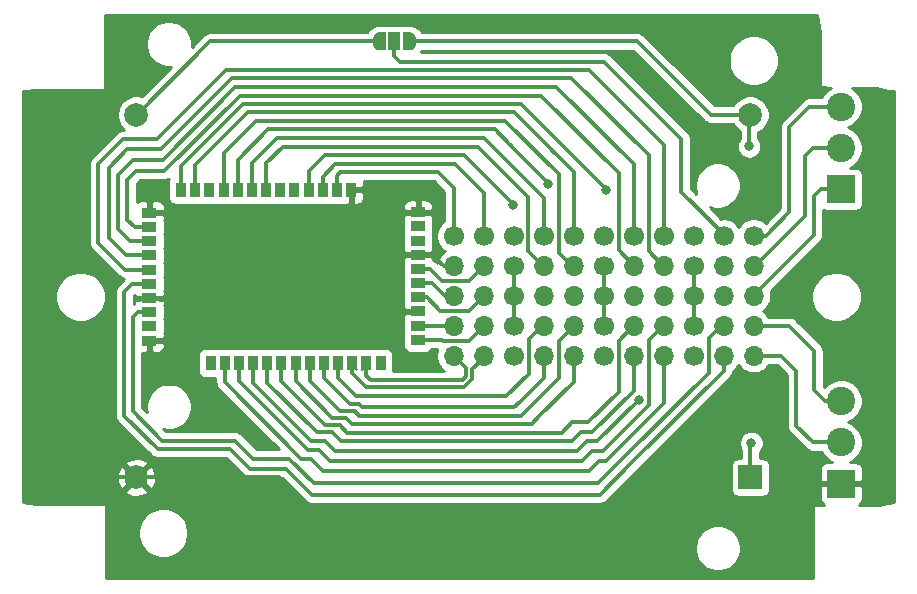
<source format=gbr>
G04 #@! TF.GenerationSoftware,KiCad,Pcbnew,5.1.5+dfsg1-2build2*
G04 #@! TF.CreationDate,2021-12-11T20:18:00-05:00*
G04 #@! TF.ProjectId,RAK11300_LORA_ADAPTABLE_NODE,52414b31-3133-4303-905f-4c4f52415f41,rev?*
G04 #@! TF.SameCoordinates,Original*
G04 #@! TF.FileFunction,Copper,L2,Bot*
G04 #@! TF.FilePolarity,Positive*
%FSLAX46Y46*%
G04 Gerber Fmt 4.6, Leading zero omitted, Abs format (unit mm)*
G04 Created by KiCad (PCBNEW 5.1.5+dfsg1-2build2) date 2021-12-11 20:18:00*
%MOMM*%
%LPD*%
G04 APERTURE LIST*
%ADD10C,1.700000*%
%ADD11R,2.000000X2.000000*%
%ADD12C,2.000000*%
%ADD13R,1.300000X0.900000*%
%ADD14R,0.900000X1.300000*%
%ADD15O,1.700000X1.700000*%
%ADD16C,2.400000*%
%ADD17R,2.400000X2.400000*%
%ADD18R,1.000000X1.500000*%
%ADD19C,0.100000*%
%ADD20C,0.800000*%
%ADD21C,0.300000*%
%ADD22C,0.200000*%
%ADD23C,0.500000*%
%ADD24C,0.250000*%
%ADD25C,0.254000*%
G04 APERTURE END LIST*
D10*
X157415000Y-129505000D03*
X157415000Y-126965000D03*
X157415000Y-124425000D03*
X157415000Y-121885000D03*
X157415000Y-119345000D03*
X149795000Y-129505000D03*
X149795000Y-126965000D03*
X149795000Y-124425000D03*
X149795000Y-121885000D03*
X149795000Y-119345000D03*
X142175000Y-129505000D03*
X142175000Y-126965000D03*
X142175000Y-124425000D03*
X142175000Y-121885000D03*
X142175000Y-119345000D03*
D11*
X162220000Y-139800000D03*
D12*
X110230000Y-139800000D03*
D13*
X134077400Y-117346300D03*
X134077400Y-118546300D03*
X134077400Y-119746300D03*
X134077400Y-120946300D03*
X134077400Y-122146300D03*
X134077400Y-123346300D03*
X134077400Y-124546300D03*
X134077400Y-125746300D03*
X134077400Y-126946300D03*
X134077400Y-128146300D03*
D14*
X128407400Y-115426300D03*
X127207400Y-115426300D03*
X126007400Y-115426300D03*
X124807400Y-115426300D03*
X123607400Y-115426300D03*
X122407400Y-115426300D03*
X121207400Y-115426300D03*
X120007400Y-115426300D03*
X118807400Y-115426300D03*
X117607400Y-115426300D03*
X116407400Y-115426300D03*
X115207400Y-115426300D03*
X114007400Y-115426300D03*
D13*
X111337400Y-117406300D03*
X111337400Y-118606300D03*
X111337400Y-119806300D03*
X111337400Y-121006300D03*
X111337400Y-122206300D03*
D14*
X122507400Y-130116300D03*
X121307400Y-130116300D03*
X120107400Y-130116300D03*
X118907400Y-130116300D03*
D13*
X111337400Y-124606300D03*
D14*
X123707400Y-130116300D03*
X124907400Y-130116300D03*
X126107400Y-130116300D03*
X127307400Y-130116300D03*
X128507400Y-130116300D03*
X129707400Y-130116300D03*
X130907400Y-130116300D03*
D13*
X111337400Y-123406300D03*
X111337400Y-125806300D03*
X111337400Y-127006300D03*
X111337400Y-128206300D03*
D14*
X116507400Y-130116300D03*
X117707400Y-130116300D03*
D15*
X159955000Y-129505000D03*
X159955000Y-126965000D03*
X159955000Y-124425000D03*
X159955000Y-121885000D03*
D10*
X159955000Y-119345000D03*
D15*
X154875000Y-129505000D03*
X154875000Y-126965000D03*
X154875000Y-124425000D03*
X154875000Y-121885000D03*
D10*
X154875000Y-119345000D03*
D15*
X152335000Y-129505000D03*
X152335000Y-126965000D03*
X152335000Y-124425000D03*
X152335000Y-121885000D03*
D10*
X152335000Y-119345000D03*
D15*
X147255000Y-129505000D03*
X147255000Y-126965000D03*
X147255000Y-124425000D03*
X147255000Y-121885000D03*
D10*
X147255000Y-119345000D03*
D15*
X144715000Y-129505000D03*
X144715000Y-126965000D03*
X144715000Y-124425000D03*
X144715000Y-121885000D03*
D10*
X144715000Y-119345000D03*
D15*
X139635000Y-129505000D03*
X139635000Y-126965000D03*
X139635000Y-124425000D03*
X139635000Y-121885000D03*
D10*
X139635000Y-119345000D03*
D15*
X137095000Y-129505000D03*
X137095000Y-126965000D03*
X137095000Y-124425000D03*
X137095000Y-121885000D03*
D10*
X137095000Y-119345000D03*
D15*
X162495000Y-129505000D03*
X162495000Y-126965000D03*
X162495000Y-124425000D03*
X162495000Y-121885000D03*
D10*
X162495000Y-119345000D03*
D16*
X169910000Y-108400000D03*
X169910000Y-111900000D03*
D17*
X169910000Y-115400000D03*
D12*
X110220000Y-109085000D03*
X162210000Y-109085000D03*
D16*
X169910000Y-133335000D03*
X169910000Y-136835000D03*
D17*
X169910000Y-140335000D03*
D18*
X132080000Y-102870000D03*
G04 #@! TA.AperFunction,SMDPad,CuDef*
D19*
G36*
X133380000Y-102120602D02*
G01*
X133404534Y-102120602D01*
X133453365Y-102125412D01*
X133501490Y-102134984D01*
X133548445Y-102149228D01*
X133593778Y-102168005D01*
X133637051Y-102191136D01*
X133677850Y-102218396D01*
X133715779Y-102249524D01*
X133750476Y-102284221D01*
X133781604Y-102322150D01*
X133808864Y-102362949D01*
X133831995Y-102406222D01*
X133850772Y-102451555D01*
X133865016Y-102498510D01*
X133874588Y-102546635D01*
X133879398Y-102595466D01*
X133879398Y-102620000D01*
X133880000Y-102620000D01*
X133880000Y-103120000D01*
X133879398Y-103120000D01*
X133879398Y-103144534D01*
X133874588Y-103193365D01*
X133865016Y-103241490D01*
X133850772Y-103288445D01*
X133831995Y-103333778D01*
X133808864Y-103377051D01*
X133781604Y-103417850D01*
X133750476Y-103455779D01*
X133715779Y-103490476D01*
X133677850Y-103521604D01*
X133637051Y-103548864D01*
X133593778Y-103571995D01*
X133548445Y-103590772D01*
X133501490Y-103605016D01*
X133453365Y-103614588D01*
X133404534Y-103619398D01*
X133380000Y-103619398D01*
X133380000Y-103620000D01*
X132830000Y-103620000D01*
X132830000Y-102120000D01*
X133380000Y-102120000D01*
X133380000Y-102120602D01*
G37*
G04 #@! TD.AperFunction*
G04 #@! TA.AperFunction,SMDPad,CuDef*
G36*
X131330000Y-103620000D02*
G01*
X130780000Y-103620000D01*
X130780000Y-103619398D01*
X130755466Y-103619398D01*
X130706635Y-103614588D01*
X130658510Y-103605016D01*
X130611555Y-103590772D01*
X130566222Y-103571995D01*
X130522949Y-103548864D01*
X130482150Y-103521604D01*
X130444221Y-103490476D01*
X130409524Y-103455779D01*
X130378396Y-103417850D01*
X130351136Y-103377051D01*
X130328005Y-103333778D01*
X130309228Y-103288445D01*
X130294984Y-103241490D01*
X130285412Y-103193365D01*
X130280602Y-103144534D01*
X130280602Y-103120000D01*
X130280000Y-103120000D01*
X130280000Y-102620000D01*
X130280602Y-102620000D01*
X130280602Y-102595466D01*
X130285412Y-102546635D01*
X130294984Y-102498510D01*
X130309228Y-102451555D01*
X130328005Y-102406222D01*
X130351136Y-102362949D01*
X130378396Y-102322150D01*
X130409524Y-102284221D01*
X130444221Y-102249524D01*
X130482150Y-102218396D01*
X130522949Y-102191136D01*
X130566222Y-102168005D01*
X130611555Y-102149228D01*
X130658510Y-102134984D01*
X130706635Y-102125412D01*
X130755466Y-102120602D01*
X130780000Y-102120602D01*
X130780000Y-102120000D01*
X131330000Y-102120000D01*
X131330000Y-103620000D01*
G37*
G04 #@! TD.AperFunction*
D20*
X162293300Y-136880600D03*
X162115500Y-111772700D03*
X142151100Y-116713000D03*
X145084800Y-114960400D03*
X150012400Y-115443000D03*
X152755600Y-133210300D03*
X107403900Y-129438400D03*
X132562600Y-125717300D03*
X132562600Y-120904000D03*
X132588000Y-117322600D03*
X128397000Y-116916200D03*
X113080800Y-117411500D03*
X112915700Y-124625100D03*
X112814100Y-128181100D03*
D21*
X142175000Y-124425000D02*
X142175000Y-126965000D01*
X142175000Y-124425000D02*
X142175000Y-121885000D01*
X149795000Y-121885000D02*
X149795000Y-124425000D01*
X149795000Y-124425000D02*
X149795000Y-126965000D01*
X157415000Y-126965000D02*
X157415000Y-124425000D01*
X157415000Y-124425000D02*
X157415000Y-121885000D01*
X110220000Y-109085000D02*
X110256700Y-109085000D01*
X116471700Y-102870000D02*
X130780000Y-102870000D01*
X110256700Y-109085000D02*
X116471700Y-102870000D01*
X133380000Y-102870000D02*
X152641300Y-102870000D01*
X158856300Y-109085000D02*
X162210000Y-109085000D01*
X152641300Y-102870000D02*
X158856300Y-109085000D01*
X162220000Y-136953900D02*
X162293300Y-136880600D01*
X162220000Y-139800000D02*
X162220000Y-136953900D01*
X162115500Y-109179500D02*
X162210000Y-109085000D01*
X162115500Y-111772700D02*
X162115500Y-109179500D01*
D22*
X129707400Y-130316300D02*
X129332400Y-130691300D01*
X129707400Y-130116300D02*
X129707400Y-130316300D01*
D21*
X129707400Y-130116300D02*
X129707400Y-131193300D01*
X129707400Y-131193300D02*
X130060700Y-131546600D01*
X130060700Y-131546600D02*
X137845800Y-131546600D01*
X137845800Y-131546600D02*
X138163300Y-131229100D01*
X138163300Y-130573300D02*
X137095000Y-129505000D01*
X138163300Y-131229100D02*
X138163300Y-130573300D01*
D22*
X128507400Y-130316300D02*
X128882400Y-130691300D01*
X128507400Y-130116300D02*
X128507400Y-130316300D01*
D21*
X139635000Y-129662950D02*
X139635000Y-129505000D01*
X138684000Y-130613950D02*
X139635000Y-129662950D01*
X138684000Y-131470400D02*
X138684000Y-130613950D01*
X138010900Y-132143500D02*
X138684000Y-131470400D01*
X129705100Y-132143500D02*
X138010900Y-132143500D01*
X128507400Y-130945800D02*
X129705100Y-132143500D01*
X128507400Y-130116300D02*
X128507400Y-130945800D01*
X152335000Y-132437100D02*
X152335000Y-129505000D01*
X147916900Y-135940800D02*
X148831300Y-135940800D01*
X148831300Y-135940800D02*
X152335000Y-132437100D01*
X147104100Y-136753600D02*
X147916900Y-135940800D01*
X127571500Y-136753600D02*
X147104100Y-136753600D01*
X125514100Y-135978900D02*
X126796800Y-135978900D01*
X121307400Y-131772200D02*
X125514100Y-135978900D01*
X126796800Y-135978900D02*
X127571500Y-136753600D01*
X121307400Y-130116300D02*
X121307400Y-131772200D01*
X122507400Y-131664100D02*
X122507400Y-130116300D01*
X127431800Y-135343900D02*
X126187200Y-135343900D01*
X146278600Y-136004300D02*
X128092200Y-136004300D01*
X147154900Y-135128000D02*
X146278600Y-136004300D01*
X148475700Y-135128000D02*
X147154900Y-135128000D01*
X151066500Y-132537200D02*
X148475700Y-135128000D01*
X128092200Y-136004300D02*
X127431800Y-135343900D01*
X151066500Y-128206500D02*
X151066500Y-132537200D01*
X152308000Y-126965000D02*
X151066500Y-128206500D01*
X126187200Y-135343900D02*
X122507400Y-131664100D01*
X152335000Y-126965000D02*
X152308000Y-126965000D01*
X152335000Y-121885000D02*
X152212600Y-121885000D01*
X109474000Y-117970300D02*
X110110000Y-118606300D01*
X109474000Y-114592100D02*
X109474000Y-117970300D01*
X112598200Y-113842800D02*
X110223300Y-113842800D01*
X118973600Y-107467400D02*
X112598200Y-113842800D01*
X110110000Y-118606300D02*
X111337400Y-118606300D01*
X110223300Y-113842800D02*
X109474000Y-114592100D01*
X151053800Y-120573800D02*
X151053800Y-114058700D01*
X152335000Y-121855000D02*
X151053800Y-120573800D01*
X144462500Y-107467400D02*
X118973600Y-107467400D01*
X151053800Y-114058700D02*
X144462500Y-107467400D01*
X152335000Y-121885000D02*
X152335000Y-121855000D01*
X109722500Y-119806300D02*
X111337400Y-119806300D01*
X108661200Y-118745000D02*
X109722500Y-119806300D01*
X109931200Y-112903000D02*
X108661200Y-114173000D01*
X112458500Y-112903000D02*
X109931200Y-112903000D01*
X118618000Y-106743500D02*
X112458500Y-112903000D01*
X145783300Y-106743500D02*
X118618000Y-106743500D01*
X152335000Y-113295200D02*
X145783300Y-106743500D01*
X108661200Y-114173000D02*
X108661200Y-118745000D01*
X152335000Y-119345000D02*
X152335000Y-113295200D01*
X137076300Y-126946300D02*
X137095000Y-126965000D01*
X134077400Y-126946300D02*
X137076300Y-126946300D01*
X137095000Y-124425000D02*
X136363000Y-124425000D01*
X135284300Y-123346300D02*
X134077400Y-123346300D01*
X136363000Y-124425000D02*
X135284300Y-123346300D01*
X137095000Y-115289100D02*
X137095000Y-119345000D01*
X135750300Y-113944400D02*
X137095000Y-115289100D01*
X127207400Y-114245000D02*
X127508000Y-113944400D01*
X127508000Y-113944400D02*
X135750300Y-113944400D01*
X127207400Y-115426300D02*
X127207400Y-114245000D01*
X134077400Y-128146300D02*
X136096500Y-128146300D01*
X136096500Y-128146300D02*
X136194800Y-128244600D01*
X138355400Y-128244600D02*
X139635000Y-126965000D01*
X136194800Y-128244600D02*
X138355400Y-128244600D01*
D23*
X139635000Y-124425000D02*
X139635000Y-124268000D01*
D21*
X138355400Y-125704600D02*
X139635000Y-124425000D01*
X135953500Y-125704600D02*
X138355400Y-125704600D01*
X134795200Y-124546300D02*
X135953500Y-125704600D01*
X134077400Y-124546300D02*
X134795200Y-124546300D01*
X138355400Y-123164600D02*
X139635000Y-121885000D01*
X136118600Y-123164600D02*
X138355400Y-123164600D01*
X135100300Y-122146300D02*
X136118600Y-123164600D01*
X134077400Y-122146300D02*
X135100300Y-122146300D01*
X139635000Y-115708200D02*
X139635000Y-119345000D01*
X127050800Y-113284000D02*
X137210800Y-113284000D01*
X126007400Y-114327400D02*
X127050800Y-113284000D01*
X137210800Y-113284000D02*
X139635000Y-115708200D01*
X126007400Y-115426300D02*
X126007400Y-114327400D01*
X144715000Y-131395700D02*
X144715000Y-129505000D01*
X142671800Y-133388100D02*
X144715000Y-131395700D01*
X142544800Y-133565900D02*
X142671800Y-133388100D01*
X142240000Y-133819900D02*
X142671800Y-133388100D01*
X129362200Y-133819900D02*
X142240000Y-133819900D01*
X129108200Y-133565900D02*
X129362200Y-133819900D01*
X128282700Y-133565900D02*
X129108200Y-133565900D01*
X126107400Y-131390600D02*
X128282700Y-133565900D01*
X126107400Y-130116300D02*
X126107400Y-131390600D01*
X127307400Y-131358700D02*
X127307400Y-130116300D01*
X128866900Y-132918200D02*
X127307400Y-131358700D01*
X141528800Y-132918200D02*
X128866900Y-132918200D01*
X143446500Y-131000500D02*
X141528800Y-132918200D01*
X144561000Y-126965000D02*
X143446500Y-128079500D01*
X143446500Y-128079500D02*
X143446500Y-131000500D01*
X144715000Y-126965000D02*
X144561000Y-126965000D01*
X144715000Y-124425000D02*
X144715000Y-124344200D01*
X144715000Y-124425000D02*
X144715000Y-124369600D01*
X144715000Y-124425000D02*
X144715000Y-124395000D01*
D24*
X144715000Y-124425000D02*
X144715000Y-124179100D01*
X144715000Y-124425000D02*
X144706900Y-124425000D01*
D21*
X144715000Y-124425000D02*
X144715000Y-124356900D01*
X124807400Y-113863700D02*
X124807400Y-115426300D01*
X126161800Y-112509300D02*
X124807400Y-113863700D01*
X137985500Y-112509300D02*
X126161800Y-112509300D01*
X142151100Y-116674900D02*
X137985500Y-112509300D01*
X142151100Y-116713000D02*
X142151100Y-116674900D01*
X122605800Y-111810800D02*
X121207400Y-113209200D01*
X121207400Y-113209200D02*
X121207400Y-115426300D01*
X139166600Y-111810800D02*
X122605800Y-111810800D01*
X143421100Y-116065300D02*
X139166600Y-111810800D01*
X143421100Y-120624600D02*
X143421100Y-116065300D01*
X144681500Y-121885000D02*
X143421100Y-120624600D01*
X144715000Y-121885000D02*
X144681500Y-121885000D01*
X120007400Y-113190000D02*
X120007400Y-115426300D01*
X122123200Y-111074200D02*
X120007400Y-113190000D01*
X139661900Y-111074200D02*
X122123200Y-111074200D01*
X144715000Y-116127300D02*
X139661900Y-111074200D01*
X144715000Y-119345000D02*
X144715000Y-116127300D01*
X147255000Y-131713200D02*
X147255000Y-129505000D01*
X144259300Y-134708900D02*
X147255000Y-131713200D01*
X144157700Y-134810500D02*
X144259300Y-134708900D01*
X143713200Y-135255000D02*
X144259300Y-134708900D01*
X128473200Y-135255000D02*
X143713200Y-135255000D01*
X127952500Y-134734300D02*
X128473200Y-135255000D01*
X126796800Y-134734300D02*
X127952500Y-134734300D01*
X123707400Y-131644900D02*
X126796800Y-134734300D01*
X123707400Y-130116300D02*
X123707400Y-131644900D01*
X145973800Y-128246200D02*
X147255000Y-126965000D01*
X145973800Y-131406900D02*
X145973800Y-128246200D01*
X142811500Y-134569200D02*
X145973800Y-131406900D01*
X129120900Y-134569200D02*
X142811500Y-134569200D01*
X127469900Y-134188200D02*
X128739900Y-134188200D01*
X128739900Y-134188200D02*
X129120900Y-134569200D01*
X124907400Y-131625700D02*
X127469900Y-134188200D01*
X124907400Y-130116300D02*
X124907400Y-131625700D01*
X141909800Y-111683800D02*
X141960600Y-111721900D01*
X141909800Y-111721900D02*
X141909800Y-111683800D01*
X145084800Y-114896900D02*
X141909800Y-111721900D01*
X145084800Y-114960400D02*
X145084800Y-114896900D01*
X141871700Y-111645700D02*
X141909800Y-111683800D01*
X140563600Y-110337600D02*
X141871700Y-111645700D01*
X121412000Y-110337600D02*
X140563600Y-110337600D01*
X118807400Y-112942200D02*
X121412000Y-110337600D01*
X118807400Y-115426300D02*
X118807400Y-112942200D01*
X141465300Y-109601000D02*
X120345200Y-109601000D01*
X120345200Y-109601000D02*
X117607400Y-112338800D01*
X146011900Y-120802400D02*
X146011900Y-114147600D01*
X146011900Y-114147600D02*
X141465300Y-109601000D01*
X147094500Y-121885000D02*
X146011900Y-120802400D01*
X117607400Y-112338800D02*
X117607400Y-115426300D01*
X147255000Y-121885000D02*
X147094500Y-121885000D01*
X147255000Y-113917500D02*
X145351500Y-112014000D01*
X147255000Y-119345000D02*
X147255000Y-113917500D01*
X145630900Y-112293400D02*
X145351500Y-112014000D01*
X115207400Y-113379900D02*
X115207400Y-115426300D01*
X119697500Y-108889800D02*
X115207400Y-113379900D01*
X142227300Y-108889800D02*
X119697500Y-108889800D01*
X145351500Y-112014000D02*
X142227300Y-108889800D01*
X114007400Y-113436900D02*
X114007400Y-115426300D01*
X119278400Y-108165900D02*
X114007400Y-113436900D01*
X142811500Y-108165900D02*
X119278400Y-108165900D01*
X150012400Y-115366800D02*
X142811500Y-108165900D01*
X150012400Y-115443000D02*
X150012400Y-115366800D01*
X149237700Y-136728200D02*
X152755600Y-133210300D01*
X148361400Y-136728200D02*
X149237700Y-136728200D01*
X127025400Y-137553700D02*
X147535900Y-137553700D01*
X126174500Y-136702800D02*
X127025400Y-137553700D01*
X147535900Y-137553700D02*
X148361400Y-136728200D01*
X120107400Y-131778700D02*
X125031500Y-136702800D01*
X125031500Y-136702800D02*
X126174500Y-136702800D01*
X120107400Y-130116300D02*
X120107400Y-131778700D01*
X149745700Y-137553700D02*
X153619200Y-133680200D01*
X154784500Y-126965000D02*
X154875000Y-126965000D01*
X148818600Y-137553700D02*
X149745700Y-137553700D01*
X153619200Y-133680200D02*
X153619200Y-128130300D01*
X147955000Y-138417300D02*
X148818600Y-137553700D01*
X153619200Y-128130300D02*
X154784500Y-126965000D01*
X126606300Y-138417300D02*
X147955000Y-138417300D01*
X125666500Y-137477500D02*
X126606300Y-138417300D01*
X124739400Y-137477500D02*
X125666500Y-137477500D01*
X118907400Y-131645500D02*
X124739400Y-137477500D01*
X118907400Y-130116300D02*
X118907400Y-131645500D01*
X149987000Y-138404600D02*
X154875000Y-133516600D01*
X154875000Y-133516600D02*
X154875000Y-129505000D01*
X148590000Y-139255500D02*
X149440900Y-138404600D01*
X149440900Y-138404600D02*
X149987000Y-138404600D01*
X125006100Y-138226800D02*
X126034800Y-139255500D01*
X126034800Y-139255500D02*
X148590000Y-139255500D01*
X124193300Y-138226800D02*
X125006100Y-138226800D01*
X117707400Y-131740900D02*
X124193300Y-138226800D01*
X117707400Y-130116300D02*
X117707400Y-131740900D01*
X109360400Y-121006300D02*
X111337400Y-121006300D01*
X107873800Y-113563400D02*
X107873800Y-119519700D01*
X118325900Y-105968800D02*
X112331500Y-111963200D01*
X109474000Y-111963200D02*
X107873800Y-113563400D01*
X112331500Y-111963200D02*
X109474000Y-111963200D01*
X147053300Y-105968800D02*
X118325900Y-105968800D01*
X107873800Y-119519700D02*
X109360400Y-121006300D01*
X153593800Y-120637300D02*
X153593800Y-112509300D01*
X154841500Y-121885000D02*
X153593800Y-120637300D01*
X153593800Y-112509300D02*
X147053300Y-105968800D01*
X154875000Y-121885000D02*
X154841500Y-121885000D01*
X109277700Y-122206300D02*
X111337400Y-122206300D01*
X107022900Y-113220500D02*
X107022900Y-119951500D01*
X107022900Y-119951500D02*
X109277700Y-122206300D01*
X111950500Y-111163100D02*
X109080300Y-111163100D01*
X117817900Y-105295700D02*
X111950500Y-111163100D01*
X148539200Y-105295700D02*
X117817900Y-105295700D01*
X109080300Y-111163100D02*
X107022900Y-113220500D01*
X154875000Y-111631500D02*
X148539200Y-105295700D01*
X154875000Y-119345000D02*
X154875000Y-111631500D01*
X158673800Y-128003300D02*
X158673800Y-130937000D01*
X159712100Y-126965000D02*
X158673800Y-128003300D01*
X159955000Y-126965000D02*
X159712100Y-126965000D01*
X151860250Y-137750550D02*
X151371300Y-138239500D01*
X158673800Y-130937000D02*
X151860250Y-137750550D01*
X149352000Y-140258800D02*
X151860250Y-137750550D01*
X120103900Y-138201400D02*
X123177300Y-138201400D01*
X118579900Y-136677400D02*
X120103900Y-138201400D01*
X112382300Y-136677400D02*
X118579900Y-136677400D01*
X109918500Y-126250700D02*
X109918500Y-134213600D01*
X123177300Y-138201400D02*
X125234700Y-140258800D01*
X109918500Y-134213600D02*
X112382300Y-136677400D01*
X110362900Y-125806300D02*
X109918500Y-126250700D01*
X125234700Y-140258800D02*
X149352000Y-140258800D01*
X111337400Y-125806300D02*
X110362900Y-125806300D01*
X159955000Y-129505000D02*
X159955000Y-130773400D01*
X152050750Y-138677650D02*
X151879300Y-138849100D01*
X159955000Y-130773400D02*
X152050750Y-138677650D01*
X125095000Y-141274800D02*
X149453600Y-141274800D01*
X122885200Y-139065000D02*
X125095000Y-141274800D01*
X149453600Y-141274800D02*
X152050750Y-138677650D01*
X119849900Y-139065000D02*
X122885200Y-139065000D01*
X112026700Y-137375900D02*
X118160800Y-137375900D01*
X118160800Y-137375900D02*
X119849900Y-139065000D01*
X109220000Y-134569200D02*
X112026700Y-137375900D01*
X109220000Y-124079000D02*
X109220000Y-134569200D01*
X109892700Y-123406300D02*
X109220000Y-124079000D01*
X111337400Y-123406300D02*
X109892700Y-123406300D01*
X169910000Y-136835000D02*
X167505500Y-136835000D01*
X167505500Y-136835000D02*
X166090600Y-135420100D01*
X166090600Y-135420100D02*
X166090600Y-130797300D01*
X164798300Y-129505000D02*
X162495000Y-129505000D01*
X166090600Y-130797300D02*
X164798300Y-129505000D01*
X169910000Y-133335000D02*
X168552100Y-133335000D01*
X168552100Y-133335000D02*
X167627300Y-132410200D01*
X167627300Y-132410200D02*
X167627300Y-129070100D01*
X165522200Y-126965000D02*
X162495000Y-126965000D01*
X167627300Y-129070100D02*
X165522200Y-126965000D01*
X162495000Y-124425000D02*
X162495000Y-124347200D01*
X162495000Y-124347200D02*
X167563800Y-119278400D01*
X167563800Y-119278400D02*
X167563800Y-116001800D01*
X168165600Y-115400000D02*
X169910000Y-115400000D01*
X167563800Y-116001800D02*
X168165600Y-115400000D01*
X162495000Y-121885000D02*
X162620400Y-121885000D01*
X162620400Y-121885000D02*
X166814500Y-117690900D01*
X166814500Y-117690900D02*
X166814500Y-112623600D01*
X167538100Y-111900000D02*
X169910000Y-111900000D01*
X166814500Y-112623600D02*
X167538100Y-111900000D01*
X162495000Y-119345000D02*
X163509400Y-119345000D01*
X163509400Y-119345000D02*
X165506400Y-117348000D01*
X165506400Y-117348000D02*
X165506400Y-110109000D01*
X167215400Y-108400000D02*
X169910000Y-108400000D01*
X165506400Y-110109000D02*
X167215400Y-108400000D01*
X134077400Y-120946300D02*
X135297300Y-120946300D01*
X136236000Y-121885000D02*
X137095000Y-121885000D01*
X135297300Y-120946300D02*
X136236000Y-121885000D01*
X107403900Y-129438400D02*
X107048300Y-129438400D01*
X107048300Y-129438400D02*
X106019600Y-130467100D01*
X106019600Y-130467100D02*
X106019600Y-137807700D01*
X108011900Y-139800000D02*
X110230000Y-139800000D01*
X106019600Y-137807700D02*
X108011900Y-139800000D01*
X132591600Y-125746300D02*
X132562600Y-125717300D01*
X134077400Y-125746300D02*
X132591600Y-125746300D01*
X134035100Y-120904000D02*
X134077400Y-120946300D01*
X132562600Y-120904000D02*
X134035100Y-120904000D01*
X132611700Y-117346300D02*
X132588000Y-117322600D01*
X134077400Y-117346300D02*
X132611700Y-117346300D01*
X128407400Y-116905800D02*
X128397000Y-116916200D01*
X128407400Y-115426300D02*
X128407400Y-116905800D01*
X113075600Y-117406300D02*
X113080800Y-117411500D01*
X111337400Y-117406300D02*
X113075600Y-117406300D01*
X112896900Y-124606300D02*
X112915700Y-124625100D01*
X111337400Y-124606300D02*
X112896900Y-124606300D01*
X112788900Y-128206300D02*
X112814100Y-128181100D01*
X111337400Y-128206300D02*
X112788900Y-128206300D01*
X163525200Y-142532100D02*
X165747700Y-140309600D01*
X165747700Y-140309600D02*
X167182800Y-140309600D01*
X125018800Y-142532100D02*
X163525200Y-142532100D01*
X122286700Y-139800000D02*
X125018800Y-142532100D01*
X110230000Y-139800000D02*
X122286700Y-139800000D01*
X167182800Y-140309600D02*
X169910000Y-140335000D01*
X166814500Y-140335000D02*
X167182800Y-140309600D01*
X159955000Y-119345000D02*
X159955000Y-119213400D01*
X159955000Y-119213400D02*
X156375100Y-115633500D01*
X156375100Y-115633500D02*
X156375100Y-111125000D01*
X156375100Y-111125000D02*
X149834600Y-104584500D01*
X149834600Y-104584500D02*
X132511800Y-104584500D01*
X132080000Y-104152700D02*
X132080000Y-102870000D01*
X132511800Y-104584500D02*
X132080000Y-104152700D01*
D25*
G36*
X167922061Y-101068607D02*
G01*
X167938262Y-101170898D01*
X168148000Y-102044519D01*
X168148000Y-106654600D01*
X168150440Y-106679376D01*
X168157667Y-106703201D01*
X168169403Y-106725157D01*
X168185197Y-106744403D01*
X168204443Y-106760197D01*
X168226399Y-106771933D01*
X168250224Y-106779160D01*
X168273988Y-106781596D01*
X169020299Y-106787543D01*
X168740256Y-106974662D01*
X168484662Y-107230256D01*
X168283844Y-107530801D01*
X168248968Y-107615000D01*
X167253955Y-107615000D01*
X167215400Y-107611203D01*
X167176844Y-107615000D01*
X167176839Y-107615000D01*
X167136426Y-107618980D01*
X167061513Y-107626358D01*
X166913540Y-107671246D01*
X166777167Y-107744138D01*
X166716959Y-107793550D01*
X166687587Y-107817655D01*
X166687584Y-107817658D01*
X166657636Y-107842236D01*
X166633058Y-107872184D01*
X164978585Y-109526658D01*
X164948637Y-109551236D01*
X164924059Y-109581184D01*
X164924055Y-109581188D01*
X164907796Y-109601000D01*
X164850539Y-109670767D01*
X164814996Y-109737264D01*
X164777646Y-109807141D01*
X164732759Y-109955114D01*
X164717603Y-110109000D01*
X164721401Y-110147563D01*
X164721400Y-117022842D01*
X163497175Y-118247068D01*
X163441632Y-118191525D01*
X163198411Y-118029010D01*
X162928158Y-117917068D01*
X162641260Y-117860000D01*
X162348740Y-117860000D01*
X162061842Y-117917068D01*
X161791589Y-118029010D01*
X161548368Y-118191525D01*
X161341525Y-118398368D01*
X161225000Y-118572760D01*
X161108475Y-118398368D01*
X160901632Y-118191525D01*
X160658411Y-118029010D01*
X160388158Y-117917068D01*
X160101260Y-117860000D01*
X159808740Y-117860000D01*
X159727848Y-117876090D01*
X158763459Y-116911702D01*
X158879748Y-116959870D01*
X159257449Y-117035000D01*
X159642551Y-117035000D01*
X160020252Y-116959870D01*
X160376040Y-116812498D01*
X160696240Y-116598547D01*
X160968547Y-116326240D01*
X161182498Y-116006040D01*
X161329870Y-115650252D01*
X161405000Y-115272551D01*
X161405000Y-114887449D01*
X161329870Y-114509748D01*
X161182498Y-114153960D01*
X160968547Y-113833760D01*
X160696240Y-113561453D01*
X160376040Y-113347502D01*
X160020252Y-113200130D01*
X159642551Y-113125000D01*
X159257449Y-113125000D01*
X158879748Y-113200130D01*
X158523960Y-113347502D01*
X158203760Y-113561453D01*
X157931453Y-113833760D01*
X157717502Y-114153960D01*
X157570130Y-114509748D01*
X157495000Y-114887449D01*
X157495000Y-115272551D01*
X157570130Y-115650252D01*
X157618299Y-115766541D01*
X157160100Y-115308343D01*
X157160100Y-111163556D01*
X157163897Y-111125000D01*
X157160100Y-111086444D01*
X157160100Y-111086439D01*
X157155246Y-111037159D01*
X157148742Y-110971113D01*
X157103854Y-110823140D01*
X157078568Y-110775833D01*
X157030962Y-110686767D01*
X156932864Y-110567236D01*
X156902910Y-110542653D01*
X150416945Y-104056688D01*
X150392364Y-104026736D01*
X150272833Y-103928638D01*
X150136460Y-103855746D01*
X149988487Y-103810859D01*
X149873161Y-103799500D01*
X149873153Y-103799500D01*
X149834600Y-103795703D01*
X149796047Y-103799500D01*
X134290633Y-103799500D01*
X134297042Y-103791691D01*
X134351498Y-103710192D01*
X134380999Y-103655000D01*
X152316143Y-103655000D01*
X158273958Y-109612816D01*
X158298536Y-109642764D01*
X158328484Y-109667342D01*
X158328487Y-109667345D01*
X158332657Y-109670767D01*
X158418067Y-109740862D01*
X158554440Y-109813754D01*
X158667972Y-109848194D01*
X158702412Y-109858641D01*
X158716790Y-109860057D01*
X158817739Y-109870000D01*
X158817746Y-109870000D01*
X158856299Y-109873797D01*
X158894852Y-109870000D01*
X160768123Y-109870000D01*
X160940013Y-110127252D01*
X161167748Y-110354987D01*
X161330501Y-110463735D01*
X161330500Y-111093989D01*
X161311563Y-111112926D01*
X161198295Y-111282444D01*
X161120274Y-111470802D01*
X161080500Y-111670761D01*
X161080500Y-111874639D01*
X161120274Y-112074598D01*
X161198295Y-112262956D01*
X161311563Y-112432474D01*
X161455726Y-112576637D01*
X161625244Y-112689905D01*
X161813602Y-112767926D01*
X162013561Y-112807700D01*
X162217439Y-112807700D01*
X162417398Y-112767926D01*
X162605756Y-112689905D01*
X162775274Y-112576637D01*
X162919437Y-112432474D01*
X163032705Y-112262956D01*
X163110726Y-112074598D01*
X163150500Y-111874639D01*
X163150500Y-111670761D01*
X163110726Y-111470802D01*
X163032705Y-111282444D01*
X162919437Y-111112926D01*
X162900500Y-111093989D01*
X162900500Y-110568697D01*
X162984463Y-110533918D01*
X163252252Y-110354987D01*
X163479987Y-110127252D01*
X163658918Y-109859463D01*
X163782168Y-109561912D01*
X163845000Y-109246033D01*
X163845000Y-108923967D01*
X163782168Y-108608088D01*
X163658918Y-108310537D01*
X163479987Y-108042748D01*
X163252252Y-107815013D01*
X162984463Y-107636082D01*
X162686912Y-107512832D01*
X162371033Y-107450000D01*
X162048967Y-107450000D01*
X161733088Y-107512832D01*
X161435537Y-107636082D01*
X161167748Y-107815013D01*
X160940013Y-108042748D01*
X160768123Y-108300000D01*
X159181458Y-108300000D01*
X155171179Y-104289721D01*
X160365000Y-104289721D01*
X160365000Y-104710279D01*
X160447047Y-105122756D01*
X160607988Y-105511302D01*
X160841637Y-105860983D01*
X161139017Y-106158363D01*
X161488698Y-106392012D01*
X161877244Y-106552953D01*
X162289721Y-106635000D01*
X162710279Y-106635000D01*
X163122756Y-106552953D01*
X163511302Y-106392012D01*
X163860983Y-106158363D01*
X164158363Y-105860983D01*
X164392012Y-105511302D01*
X164552953Y-105122756D01*
X164635000Y-104710279D01*
X164635000Y-104289721D01*
X164552953Y-103877244D01*
X164392012Y-103488698D01*
X164158363Y-103139017D01*
X163860983Y-102841637D01*
X163511302Y-102607988D01*
X163122756Y-102447047D01*
X162710279Y-102365000D01*
X162289721Y-102365000D01*
X161877244Y-102447047D01*
X161488698Y-102607988D01*
X161139017Y-102841637D01*
X160841637Y-103139017D01*
X160607988Y-103488698D01*
X160447047Y-103877244D01*
X160365000Y-104289721D01*
X155171179Y-104289721D01*
X153223647Y-102342190D01*
X153199064Y-102312236D01*
X153079533Y-102214138D01*
X152943160Y-102141246D01*
X152795187Y-102096359D01*
X152679861Y-102085000D01*
X152679853Y-102085000D01*
X152641300Y-102081203D01*
X152602747Y-102085000D01*
X134380999Y-102085000D01*
X134351498Y-102029808D01*
X134297042Y-101948309D01*
X134217690Y-101851618D01*
X134148382Y-101782310D01*
X134051691Y-101702958D01*
X133970192Y-101648502D01*
X133859875Y-101589536D01*
X133769319Y-101552027D01*
X133649623Y-101515718D01*
X133553490Y-101496596D01*
X133429009Y-101484336D01*
X133404450Y-101484336D01*
X133380000Y-101481928D01*
X132830000Y-101481928D01*
X132705518Y-101494188D01*
X132705000Y-101494345D01*
X132704482Y-101494188D01*
X132580000Y-101481928D01*
X131580000Y-101481928D01*
X131455518Y-101494188D01*
X131455000Y-101494345D01*
X131454482Y-101494188D01*
X131330000Y-101481928D01*
X130780000Y-101481928D01*
X130755550Y-101484336D01*
X130730991Y-101484336D01*
X130606510Y-101496596D01*
X130510377Y-101515718D01*
X130390681Y-101552027D01*
X130300125Y-101589536D01*
X130189808Y-101648502D01*
X130108309Y-101702958D01*
X130011618Y-101782310D01*
X129942310Y-101851618D01*
X129862958Y-101948309D01*
X129808502Y-102029808D01*
X129779001Y-102085000D01*
X116510252Y-102085000D01*
X116471699Y-102081203D01*
X116433146Y-102085000D01*
X116433139Y-102085000D01*
X116332190Y-102094943D01*
X116317812Y-102096359D01*
X116283372Y-102106806D01*
X116169840Y-102141246D01*
X116033467Y-102214138D01*
X116013310Y-102230681D01*
X115943887Y-102287655D01*
X115943884Y-102287658D01*
X115913936Y-102312236D01*
X115889358Y-102342184D01*
X114919043Y-103312499D01*
X114925000Y-103282551D01*
X114925000Y-102897449D01*
X114849870Y-102519748D01*
X114702498Y-102163960D01*
X114488547Y-101843760D01*
X114216240Y-101571453D01*
X113896040Y-101357502D01*
X113540252Y-101210130D01*
X113162551Y-101135000D01*
X112777449Y-101135000D01*
X112399748Y-101210130D01*
X112043960Y-101357502D01*
X111723760Y-101571453D01*
X111451453Y-101843760D01*
X111237502Y-102163960D01*
X111090130Y-102519748D01*
X111015000Y-102897449D01*
X111015000Y-103282551D01*
X111090130Y-103660252D01*
X111237502Y-104016040D01*
X111451453Y-104336240D01*
X111723760Y-104608547D01*
X112043960Y-104822498D01*
X112399748Y-104969870D01*
X112777449Y-105045000D01*
X113162551Y-105045000D01*
X113192500Y-105039043D01*
X110712326Y-107519217D01*
X110696912Y-107512832D01*
X110381033Y-107450000D01*
X110058967Y-107450000D01*
X109743088Y-107512832D01*
X109445537Y-107636082D01*
X109177748Y-107815013D01*
X108950013Y-108042748D01*
X108771082Y-108310537D01*
X108647832Y-108608088D01*
X108585000Y-108923967D01*
X108585000Y-109246033D01*
X108647832Y-109561912D01*
X108771082Y-109859463D01*
X108950013Y-110127252D01*
X109177748Y-110354987D01*
X109212339Y-110378100D01*
X109118855Y-110378100D01*
X109080300Y-110374303D01*
X109041744Y-110378100D01*
X109041739Y-110378100D01*
X109001326Y-110382080D01*
X108926413Y-110389458D01*
X108778440Y-110434346D01*
X108642067Y-110507238D01*
X108609558Y-110533918D01*
X108552487Y-110580755D01*
X108552484Y-110580758D01*
X108522536Y-110605336D01*
X108497958Y-110635284D01*
X106495090Y-112638153D01*
X106465136Y-112662736D01*
X106367038Y-112782268D01*
X106294146Y-112918641D01*
X106249259Y-113066614D01*
X106237900Y-113181940D01*
X106237900Y-113181947D01*
X106234103Y-113220500D01*
X106237900Y-113259053D01*
X106237901Y-119912937D01*
X106234103Y-119951500D01*
X106249259Y-120105386D01*
X106294146Y-120253359D01*
X106325554Y-120312120D01*
X106367039Y-120389733D01*
X106401578Y-120431818D01*
X106440555Y-120479312D01*
X106440559Y-120479316D01*
X106465137Y-120509264D01*
X106495085Y-120533842D01*
X108695353Y-122734110D01*
X108719936Y-122764064D01*
X108839467Y-122862162D01*
X108968817Y-122931300D01*
X108975840Y-122935054D01*
X109123813Y-122979942D01*
X109198726Y-122987320D01*
X109201272Y-122987570D01*
X108692189Y-123496653D01*
X108662236Y-123521236D01*
X108564138Y-123640768D01*
X108491246Y-123777141D01*
X108446359Y-123925114D01*
X108435000Y-124040440D01*
X108435000Y-124040447D01*
X108431203Y-124079000D01*
X108435000Y-124117553D01*
X108435001Y-134530637D01*
X108431203Y-134569200D01*
X108446359Y-134723086D01*
X108491246Y-134871059D01*
X108525177Y-134934540D01*
X108564139Y-135007433D01*
X108600091Y-135051240D01*
X108637655Y-135097012D01*
X108637659Y-135097016D01*
X108662237Y-135126964D01*
X108692185Y-135151542D01*
X111444358Y-137903716D01*
X111468936Y-137933664D01*
X111498884Y-137958242D01*
X111498887Y-137958245D01*
X111508784Y-137966367D01*
X111588467Y-138031762D01*
X111707349Y-138095305D01*
X111724840Y-138104654D01*
X111872812Y-138149541D01*
X111875828Y-138149838D01*
X111988139Y-138160900D01*
X111988146Y-138160900D01*
X112026699Y-138164697D01*
X112065252Y-138160900D01*
X117835643Y-138160900D01*
X119267558Y-139592816D01*
X119292136Y-139622764D01*
X119322084Y-139647342D01*
X119322087Y-139647345D01*
X119351459Y-139671450D01*
X119411667Y-139720862D01*
X119548040Y-139793754D01*
X119696012Y-139838641D01*
X119710390Y-139840057D01*
X119811339Y-139850000D01*
X119811346Y-139850000D01*
X119849899Y-139853797D01*
X119888452Y-139850000D01*
X122560043Y-139850000D01*
X124512658Y-141802616D01*
X124537236Y-141832564D01*
X124567184Y-141857142D01*
X124567187Y-141857145D01*
X124596559Y-141881250D01*
X124656767Y-141930662D01*
X124782996Y-141998132D01*
X124793140Y-142003554D01*
X124941112Y-142048441D01*
X124955490Y-142049857D01*
X125056439Y-142059800D01*
X125056446Y-142059800D01*
X125094999Y-142063597D01*
X125133552Y-142059800D01*
X149415047Y-142059800D01*
X149453600Y-142063597D01*
X149492153Y-142059800D01*
X149492161Y-142059800D01*
X149607487Y-142048441D01*
X149755460Y-142003554D01*
X149891833Y-141930662D01*
X150011364Y-141832564D01*
X150035947Y-141802610D01*
X153038557Y-138800000D01*
X160581928Y-138800000D01*
X160581928Y-140800000D01*
X160594188Y-140924482D01*
X160630498Y-141044180D01*
X160689463Y-141154494D01*
X160768815Y-141251185D01*
X160865506Y-141330537D01*
X160975820Y-141389502D01*
X161095518Y-141425812D01*
X161220000Y-141438072D01*
X163220000Y-141438072D01*
X163344482Y-141425812D01*
X163464180Y-141389502D01*
X163574494Y-141330537D01*
X163671185Y-141251185D01*
X163750537Y-141154494D01*
X163809502Y-141044180D01*
X163845812Y-140924482D01*
X163858072Y-140800000D01*
X163858072Y-138800000D01*
X163845812Y-138675518D01*
X163809502Y-138555820D01*
X163750537Y-138445506D01*
X163671185Y-138348815D01*
X163574494Y-138269463D01*
X163464180Y-138210498D01*
X163344482Y-138174188D01*
X163220000Y-138161928D01*
X163005000Y-138161928D01*
X163005000Y-137632611D01*
X163097237Y-137540374D01*
X163210505Y-137370856D01*
X163288526Y-137182498D01*
X163328300Y-136982539D01*
X163328300Y-136778661D01*
X163288526Y-136578702D01*
X163210505Y-136390344D01*
X163097237Y-136220826D01*
X162953074Y-136076663D01*
X162783556Y-135963395D01*
X162595198Y-135885374D01*
X162395239Y-135845600D01*
X162191361Y-135845600D01*
X161991402Y-135885374D01*
X161803044Y-135963395D01*
X161633526Y-136076663D01*
X161489363Y-136220826D01*
X161376095Y-136390344D01*
X161298074Y-136578702D01*
X161258300Y-136778661D01*
X161258300Y-136982539D01*
X161298074Y-137182498D01*
X161376095Y-137370856D01*
X161435001Y-137459015D01*
X161435001Y-138161928D01*
X161220000Y-138161928D01*
X161095518Y-138174188D01*
X160975820Y-138210498D01*
X160865506Y-138269463D01*
X160768815Y-138348815D01*
X160689463Y-138445506D01*
X160630498Y-138555820D01*
X160594188Y-138675518D01*
X160581928Y-138800000D01*
X153038557Y-138800000D01*
X160482810Y-131355747D01*
X160512764Y-131331164D01*
X160610862Y-131211633D01*
X160683754Y-131075260D01*
X160689341Y-131056841D01*
X160728642Y-130927287D01*
X160737944Y-130832836D01*
X160740000Y-130811961D01*
X160740000Y-130811956D01*
X160743797Y-130773400D01*
X160742923Y-130764521D01*
X160901632Y-130658475D01*
X161108475Y-130451632D01*
X161225000Y-130277240D01*
X161341525Y-130451632D01*
X161548368Y-130658475D01*
X161791589Y-130820990D01*
X162061842Y-130932932D01*
X162348740Y-130990000D01*
X162641260Y-130990000D01*
X162928158Y-130932932D01*
X163198411Y-130820990D01*
X163441632Y-130658475D01*
X163648475Y-130451632D01*
X163756474Y-130290000D01*
X164473143Y-130290000D01*
X165305601Y-131122459D01*
X165305600Y-135381547D01*
X165301803Y-135420100D01*
X165305600Y-135458653D01*
X165305600Y-135458660D01*
X165316959Y-135573986D01*
X165361846Y-135721959D01*
X165434738Y-135858332D01*
X165532836Y-135977864D01*
X165562790Y-136002447D01*
X166923153Y-137362810D01*
X166947736Y-137392764D01*
X167067267Y-137490862D01*
X167169560Y-137545538D01*
X167203640Y-137563754D01*
X167351613Y-137608642D01*
X167426526Y-137616020D01*
X167466939Y-137620000D01*
X167466944Y-137620000D01*
X167505500Y-137623797D01*
X167544056Y-137620000D01*
X168248968Y-137620000D01*
X168283844Y-137704199D01*
X168484662Y-138004744D01*
X168740256Y-138260338D01*
X169040801Y-138461156D01*
X169130574Y-138498341D01*
X168710000Y-138496928D01*
X168585518Y-138509188D01*
X168465820Y-138545498D01*
X168355506Y-138604463D01*
X168258815Y-138683815D01*
X168179463Y-138780506D01*
X168120498Y-138890820D01*
X168084188Y-139010518D01*
X168071928Y-139135000D01*
X168075000Y-140049250D01*
X168233750Y-140208000D01*
X169783000Y-140208000D01*
X169783000Y-140188000D01*
X170037000Y-140188000D01*
X170037000Y-140208000D01*
X171586250Y-140208000D01*
X171745000Y-140049250D01*
X171748072Y-139135000D01*
X171735812Y-139010518D01*
X171699502Y-138890820D01*
X171640537Y-138780506D01*
X171561185Y-138683815D01*
X171464494Y-138604463D01*
X171354180Y-138545498D01*
X171234482Y-138509188D01*
X171110000Y-138496928D01*
X170689426Y-138498341D01*
X170779199Y-138461156D01*
X171079744Y-138260338D01*
X171335338Y-138004744D01*
X171536156Y-137704199D01*
X171674482Y-137370250D01*
X171745000Y-137015732D01*
X171745000Y-136654268D01*
X171674482Y-136299750D01*
X171536156Y-135965801D01*
X171335338Y-135665256D01*
X171079744Y-135409662D01*
X170779199Y-135208844D01*
X170480213Y-135085000D01*
X170779199Y-134961156D01*
X171079744Y-134760338D01*
X171335338Y-134504744D01*
X171536156Y-134204199D01*
X171674482Y-133870250D01*
X171745000Y-133515732D01*
X171745000Y-133154268D01*
X171674482Y-132799750D01*
X171536156Y-132465801D01*
X171335338Y-132165256D01*
X171079744Y-131909662D01*
X170779199Y-131708844D01*
X170445250Y-131570518D01*
X170090732Y-131500000D01*
X169729268Y-131500000D01*
X169374750Y-131570518D01*
X169040801Y-131708844D01*
X168740256Y-131909662D01*
X168488588Y-132161331D01*
X168412300Y-132085043D01*
X168412300Y-129108655D01*
X168416097Y-129070100D01*
X168412300Y-129031544D01*
X168412300Y-129031539D01*
X168406569Y-128973354D01*
X168400942Y-128916213D01*
X168356054Y-128768240D01*
X168326338Y-128712645D01*
X168283162Y-128631867D01*
X168214382Y-128548059D01*
X168209645Y-128542287D01*
X168209642Y-128542284D01*
X168185064Y-128512336D01*
X168155116Y-128487758D01*
X166104546Y-126437189D01*
X166079964Y-126407236D01*
X165960433Y-126309138D01*
X165824060Y-126236246D01*
X165676087Y-126191359D01*
X165560761Y-126180000D01*
X165560753Y-126180000D01*
X165522200Y-126176203D01*
X165483647Y-126180000D01*
X163756474Y-126180000D01*
X163648475Y-126018368D01*
X163441632Y-125811525D01*
X163267240Y-125695000D01*
X163441632Y-125578475D01*
X163648475Y-125371632D01*
X163810990Y-125128411D01*
X163922932Y-124858158D01*
X163980000Y-124571260D01*
X163980000Y-124289721D01*
X167365000Y-124289721D01*
X167365000Y-124710279D01*
X167447047Y-125122756D01*
X167607988Y-125511302D01*
X167841637Y-125860983D01*
X168139017Y-126158363D01*
X168488698Y-126392012D01*
X168877244Y-126552953D01*
X169289721Y-126635000D01*
X169710279Y-126635000D01*
X170122756Y-126552953D01*
X170511302Y-126392012D01*
X170860983Y-126158363D01*
X171158363Y-125860983D01*
X171392012Y-125511302D01*
X171552953Y-125122756D01*
X171635000Y-124710279D01*
X171635000Y-124289721D01*
X171552953Y-123877244D01*
X171392012Y-123488698D01*
X171158363Y-123139017D01*
X170860983Y-122841637D01*
X170511302Y-122607988D01*
X170122756Y-122447047D01*
X169710279Y-122365000D01*
X169289721Y-122365000D01*
X168877244Y-122447047D01*
X168488698Y-122607988D01*
X168139017Y-122841637D01*
X167841637Y-123139017D01*
X167607988Y-123488698D01*
X167447047Y-123877244D01*
X167365000Y-124289721D01*
X163980000Y-124289721D01*
X163980000Y-124278740D01*
X163929167Y-124023190D01*
X168091611Y-119860746D01*
X168121564Y-119836164D01*
X168219662Y-119716633D01*
X168292554Y-119580260D01*
X168315554Y-119504440D01*
X168337442Y-119432287D01*
X168347018Y-119335054D01*
X168348800Y-119316961D01*
X168348800Y-119316956D01*
X168352597Y-119278400D01*
X168348800Y-119239844D01*
X168348800Y-117125034D01*
X168355506Y-117130537D01*
X168465820Y-117189502D01*
X168585518Y-117225812D01*
X168710000Y-117238072D01*
X171110000Y-117238072D01*
X171234482Y-117225812D01*
X171354180Y-117189502D01*
X171464494Y-117130537D01*
X171561185Y-117051185D01*
X171640537Y-116954494D01*
X171699502Y-116844180D01*
X171735812Y-116724482D01*
X171748072Y-116600000D01*
X171748072Y-114200000D01*
X171735812Y-114075518D01*
X171699502Y-113955820D01*
X171640537Y-113845506D01*
X171561185Y-113748815D01*
X171464494Y-113669463D01*
X171354180Y-113610498D01*
X171234482Y-113574188D01*
X171110000Y-113561928D01*
X170692838Y-113561928D01*
X170779199Y-113526156D01*
X171079744Y-113325338D01*
X171335338Y-113069744D01*
X171536156Y-112769199D01*
X171674482Y-112435250D01*
X171745000Y-112080732D01*
X171745000Y-111719268D01*
X171674482Y-111364750D01*
X171536156Y-111030801D01*
X171335338Y-110730256D01*
X171079744Y-110474662D01*
X170779199Y-110273844D01*
X170480213Y-110150000D01*
X170779199Y-110026156D01*
X171079744Y-109825338D01*
X171335338Y-109569744D01*
X171536156Y-109269199D01*
X171674482Y-108935250D01*
X171745000Y-108580732D01*
X171745000Y-108219268D01*
X171674482Y-107864750D01*
X171536156Y-107530801D01*
X171335338Y-107230256D01*
X171079744Y-106974662D01*
X170821176Y-106801892D01*
X172819415Y-106817814D01*
X172837316Y-106823631D01*
X173829102Y-107061738D01*
X173931393Y-107077939D01*
X174340000Y-107110097D01*
X174340001Y-141889903D01*
X173931393Y-141922061D01*
X173829102Y-141938262D01*
X173101267Y-142113000D01*
X171375698Y-142113000D01*
X171464494Y-142065537D01*
X171561185Y-141986185D01*
X171640537Y-141889494D01*
X171699502Y-141779180D01*
X171735812Y-141659482D01*
X171748072Y-141535000D01*
X171745000Y-140620750D01*
X171586250Y-140462000D01*
X170037000Y-140462000D01*
X170037000Y-140482000D01*
X169783000Y-140482000D01*
X169783000Y-140462000D01*
X168233750Y-140462000D01*
X168075000Y-140620750D01*
X168071928Y-141535000D01*
X168084188Y-141659482D01*
X168120498Y-141779180D01*
X168179463Y-141889494D01*
X168258815Y-141986185D01*
X168355506Y-142065537D01*
X168444302Y-142113000D01*
X167640000Y-142113000D01*
X167615224Y-142115440D01*
X167591399Y-142122667D01*
X167569443Y-142134403D01*
X167550197Y-142150197D01*
X167534403Y-142169443D01*
X167522667Y-142191399D01*
X167515440Y-142215224D01*
X167513000Y-142240000D01*
X167513000Y-148340000D01*
X107670600Y-148340000D01*
X107670600Y-144289721D01*
X110365000Y-144289721D01*
X110365000Y-144710279D01*
X110447047Y-145122756D01*
X110607988Y-145511302D01*
X110841637Y-145860983D01*
X111139017Y-146158363D01*
X111488698Y-146392012D01*
X111877244Y-146552953D01*
X112289721Y-146635000D01*
X112710279Y-146635000D01*
X113122756Y-146552953D01*
X113511302Y-146392012D01*
X113860983Y-146158363D01*
X114158363Y-145860983D01*
X114331109Y-145602449D01*
X157515000Y-145602449D01*
X157515000Y-145987551D01*
X157590130Y-146365252D01*
X157737502Y-146721040D01*
X157951453Y-147041240D01*
X158223760Y-147313547D01*
X158543960Y-147527498D01*
X158899748Y-147674870D01*
X159277449Y-147750000D01*
X159662551Y-147750000D01*
X160040252Y-147674870D01*
X160396040Y-147527498D01*
X160716240Y-147313547D01*
X160988547Y-147041240D01*
X161202498Y-146721040D01*
X161349870Y-146365252D01*
X161425000Y-145987551D01*
X161425000Y-145602449D01*
X161349870Y-145224748D01*
X161202498Y-144868960D01*
X160988547Y-144548760D01*
X160716240Y-144276453D01*
X160396040Y-144062502D01*
X160040252Y-143915130D01*
X159662551Y-143840000D01*
X159277449Y-143840000D01*
X158899748Y-143915130D01*
X158543960Y-144062502D01*
X158223760Y-144276453D01*
X157951453Y-144548760D01*
X157737502Y-144868960D01*
X157590130Y-145224748D01*
X157515000Y-145602449D01*
X114331109Y-145602449D01*
X114392012Y-145511302D01*
X114552953Y-145122756D01*
X114635000Y-144710279D01*
X114635000Y-144289721D01*
X114552953Y-143877244D01*
X114392012Y-143488698D01*
X114158363Y-143139017D01*
X113860983Y-142841637D01*
X113511302Y-142607988D01*
X113122756Y-142447047D01*
X112710279Y-142365000D01*
X112289721Y-142365000D01*
X111877244Y-142447047D01*
X111488698Y-142607988D01*
X111139017Y-142841637D01*
X110841637Y-143139017D01*
X110607988Y-143488698D01*
X110447047Y-143877244D01*
X110365000Y-144289721D01*
X107670600Y-144289721D01*
X107670600Y-142214600D01*
X107668160Y-142189824D01*
X107660933Y-142165999D01*
X107649197Y-142144043D01*
X107633403Y-142124797D01*
X107614157Y-142109003D01*
X107592201Y-142097267D01*
X107568376Y-142090040D01*
X107543600Y-142087600D01*
X101792935Y-142087600D01*
X101170898Y-141938262D01*
X101068607Y-141922061D01*
X100660000Y-141889903D01*
X100660000Y-140935413D01*
X109274192Y-140935413D01*
X109369956Y-141199814D01*
X109659571Y-141340704D01*
X109971108Y-141422384D01*
X110292595Y-141441718D01*
X110611675Y-141397961D01*
X110916088Y-141292795D01*
X111090044Y-141199814D01*
X111185808Y-140935413D01*
X110230000Y-139979605D01*
X109274192Y-140935413D01*
X100660000Y-140935413D01*
X100660000Y-139862595D01*
X108588282Y-139862595D01*
X108632039Y-140181675D01*
X108737205Y-140486088D01*
X108830186Y-140660044D01*
X109094587Y-140755808D01*
X110050395Y-139800000D01*
X110409605Y-139800000D01*
X111365413Y-140755808D01*
X111629814Y-140660044D01*
X111770704Y-140370429D01*
X111852384Y-140058892D01*
X111871718Y-139737405D01*
X111827961Y-139418325D01*
X111722795Y-139113912D01*
X111629814Y-138939956D01*
X111365413Y-138844192D01*
X110409605Y-139800000D01*
X110050395Y-139800000D01*
X109094587Y-138844192D01*
X108830186Y-138939956D01*
X108689296Y-139229571D01*
X108607616Y-139541108D01*
X108588282Y-139862595D01*
X100660000Y-139862595D01*
X100660000Y-138664587D01*
X109274192Y-138664587D01*
X110230000Y-139620395D01*
X111185808Y-138664587D01*
X111090044Y-138400186D01*
X110800429Y-138259296D01*
X110488892Y-138177616D01*
X110167405Y-138158282D01*
X109848325Y-138202039D01*
X109543912Y-138307205D01*
X109369956Y-138400186D01*
X109274192Y-138664587D01*
X100660000Y-138664587D01*
X100660000Y-124289721D01*
X103365000Y-124289721D01*
X103365000Y-124710279D01*
X103447047Y-125122756D01*
X103607988Y-125511302D01*
X103841637Y-125860983D01*
X104139017Y-126158363D01*
X104488698Y-126392012D01*
X104877244Y-126552953D01*
X105289721Y-126635000D01*
X105710279Y-126635000D01*
X106122756Y-126552953D01*
X106511302Y-126392012D01*
X106860983Y-126158363D01*
X107158363Y-125860983D01*
X107392012Y-125511302D01*
X107552953Y-125122756D01*
X107635000Y-124710279D01*
X107635000Y-124289721D01*
X107552953Y-123877244D01*
X107392012Y-123488698D01*
X107158363Y-123139017D01*
X106860983Y-122841637D01*
X106511302Y-122607988D01*
X106122756Y-122447047D01*
X105710279Y-122365000D01*
X105289721Y-122365000D01*
X104877244Y-122447047D01*
X104488698Y-122607988D01*
X104139017Y-122841637D01*
X103841637Y-123139017D01*
X103607988Y-123488698D01*
X103447047Y-123877244D01*
X103365000Y-124289721D01*
X100660000Y-124289721D01*
X100660000Y-107110097D01*
X101068607Y-107077939D01*
X101170898Y-107061738D01*
X101370467Y-107013826D01*
X107466946Y-107035599D01*
X107491731Y-107033247D01*
X107515581Y-107026106D01*
X107537580Y-107014448D01*
X107556881Y-106998723D01*
X107572744Y-106979534D01*
X107584558Y-106957620D01*
X107591870Y-106933821D01*
X107594400Y-106908600D01*
X107594400Y-100660000D01*
X167889903Y-100660000D01*
X167922061Y-101068607D01*
G37*
X167922061Y-101068607D02*
X167938262Y-101170898D01*
X168148000Y-102044519D01*
X168148000Y-106654600D01*
X168150440Y-106679376D01*
X168157667Y-106703201D01*
X168169403Y-106725157D01*
X168185197Y-106744403D01*
X168204443Y-106760197D01*
X168226399Y-106771933D01*
X168250224Y-106779160D01*
X168273988Y-106781596D01*
X169020299Y-106787543D01*
X168740256Y-106974662D01*
X168484662Y-107230256D01*
X168283844Y-107530801D01*
X168248968Y-107615000D01*
X167253955Y-107615000D01*
X167215400Y-107611203D01*
X167176844Y-107615000D01*
X167176839Y-107615000D01*
X167136426Y-107618980D01*
X167061513Y-107626358D01*
X166913540Y-107671246D01*
X166777167Y-107744138D01*
X166716959Y-107793550D01*
X166687587Y-107817655D01*
X166687584Y-107817658D01*
X166657636Y-107842236D01*
X166633058Y-107872184D01*
X164978585Y-109526658D01*
X164948637Y-109551236D01*
X164924059Y-109581184D01*
X164924055Y-109581188D01*
X164907796Y-109601000D01*
X164850539Y-109670767D01*
X164814996Y-109737264D01*
X164777646Y-109807141D01*
X164732759Y-109955114D01*
X164717603Y-110109000D01*
X164721401Y-110147563D01*
X164721400Y-117022842D01*
X163497175Y-118247068D01*
X163441632Y-118191525D01*
X163198411Y-118029010D01*
X162928158Y-117917068D01*
X162641260Y-117860000D01*
X162348740Y-117860000D01*
X162061842Y-117917068D01*
X161791589Y-118029010D01*
X161548368Y-118191525D01*
X161341525Y-118398368D01*
X161225000Y-118572760D01*
X161108475Y-118398368D01*
X160901632Y-118191525D01*
X160658411Y-118029010D01*
X160388158Y-117917068D01*
X160101260Y-117860000D01*
X159808740Y-117860000D01*
X159727848Y-117876090D01*
X158763459Y-116911702D01*
X158879748Y-116959870D01*
X159257449Y-117035000D01*
X159642551Y-117035000D01*
X160020252Y-116959870D01*
X160376040Y-116812498D01*
X160696240Y-116598547D01*
X160968547Y-116326240D01*
X161182498Y-116006040D01*
X161329870Y-115650252D01*
X161405000Y-115272551D01*
X161405000Y-114887449D01*
X161329870Y-114509748D01*
X161182498Y-114153960D01*
X160968547Y-113833760D01*
X160696240Y-113561453D01*
X160376040Y-113347502D01*
X160020252Y-113200130D01*
X159642551Y-113125000D01*
X159257449Y-113125000D01*
X158879748Y-113200130D01*
X158523960Y-113347502D01*
X158203760Y-113561453D01*
X157931453Y-113833760D01*
X157717502Y-114153960D01*
X157570130Y-114509748D01*
X157495000Y-114887449D01*
X157495000Y-115272551D01*
X157570130Y-115650252D01*
X157618299Y-115766541D01*
X157160100Y-115308343D01*
X157160100Y-111163556D01*
X157163897Y-111125000D01*
X157160100Y-111086444D01*
X157160100Y-111086439D01*
X157155246Y-111037159D01*
X157148742Y-110971113D01*
X157103854Y-110823140D01*
X157078568Y-110775833D01*
X157030962Y-110686767D01*
X156932864Y-110567236D01*
X156902910Y-110542653D01*
X150416945Y-104056688D01*
X150392364Y-104026736D01*
X150272833Y-103928638D01*
X150136460Y-103855746D01*
X149988487Y-103810859D01*
X149873161Y-103799500D01*
X149873153Y-103799500D01*
X149834600Y-103795703D01*
X149796047Y-103799500D01*
X134290633Y-103799500D01*
X134297042Y-103791691D01*
X134351498Y-103710192D01*
X134380999Y-103655000D01*
X152316143Y-103655000D01*
X158273958Y-109612816D01*
X158298536Y-109642764D01*
X158328484Y-109667342D01*
X158328487Y-109667345D01*
X158332657Y-109670767D01*
X158418067Y-109740862D01*
X158554440Y-109813754D01*
X158667972Y-109848194D01*
X158702412Y-109858641D01*
X158716790Y-109860057D01*
X158817739Y-109870000D01*
X158817746Y-109870000D01*
X158856299Y-109873797D01*
X158894852Y-109870000D01*
X160768123Y-109870000D01*
X160940013Y-110127252D01*
X161167748Y-110354987D01*
X161330501Y-110463735D01*
X161330500Y-111093989D01*
X161311563Y-111112926D01*
X161198295Y-111282444D01*
X161120274Y-111470802D01*
X161080500Y-111670761D01*
X161080500Y-111874639D01*
X161120274Y-112074598D01*
X161198295Y-112262956D01*
X161311563Y-112432474D01*
X161455726Y-112576637D01*
X161625244Y-112689905D01*
X161813602Y-112767926D01*
X162013561Y-112807700D01*
X162217439Y-112807700D01*
X162417398Y-112767926D01*
X162605756Y-112689905D01*
X162775274Y-112576637D01*
X162919437Y-112432474D01*
X163032705Y-112262956D01*
X163110726Y-112074598D01*
X163150500Y-111874639D01*
X163150500Y-111670761D01*
X163110726Y-111470802D01*
X163032705Y-111282444D01*
X162919437Y-111112926D01*
X162900500Y-111093989D01*
X162900500Y-110568697D01*
X162984463Y-110533918D01*
X163252252Y-110354987D01*
X163479987Y-110127252D01*
X163658918Y-109859463D01*
X163782168Y-109561912D01*
X163845000Y-109246033D01*
X163845000Y-108923967D01*
X163782168Y-108608088D01*
X163658918Y-108310537D01*
X163479987Y-108042748D01*
X163252252Y-107815013D01*
X162984463Y-107636082D01*
X162686912Y-107512832D01*
X162371033Y-107450000D01*
X162048967Y-107450000D01*
X161733088Y-107512832D01*
X161435537Y-107636082D01*
X161167748Y-107815013D01*
X160940013Y-108042748D01*
X160768123Y-108300000D01*
X159181458Y-108300000D01*
X155171179Y-104289721D01*
X160365000Y-104289721D01*
X160365000Y-104710279D01*
X160447047Y-105122756D01*
X160607988Y-105511302D01*
X160841637Y-105860983D01*
X161139017Y-106158363D01*
X161488698Y-106392012D01*
X161877244Y-106552953D01*
X162289721Y-106635000D01*
X162710279Y-106635000D01*
X163122756Y-106552953D01*
X163511302Y-106392012D01*
X163860983Y-106158363D01*
X164158363Y-105860983D01*
X164392012Y-105511302D01*
X164552953Y-105122756D01*
X164635000Y-104710279D01*
X164635000Y-104289721D01*
X164552953Y-103877244D01*
X164392012Y-103488698D01*
X164158363Y-103139017D01*
X163860983Y-102841637D01*
X163511302Y-102607988D01*
X163122756Y-102447047D01*
X162710279Y-102365000D01*
X162289721Y-102365000D01*
X161877244Y-102447047D01*
X161488698Y-102607988D01*
X161139017Y-102841637D01*
X160841637Y-103139017D01*
X160607988Y-103488698D01*
X160447047Y-103877244D01*
X160365000Y-104289721D01*
X155171179Y-104289721D01*
X153223647Y-102342190D01*
X153199064Y-102312236D01*
X153079533Y-102214138D01*
X152943160Y-102141246D01*
X152795187Y-102096359D01*
X152679861Y-102085000D01*
X152679853Y-102085000D01*
X152641300Y-102081203D01*
X152602747Y-102085000D01*
X134380999Y-102085000D01*
X134351498Y-102029808D01*
X134297042Y-101948309D01*
X134217690Y-101851618D01*
X134148382Y-101782310D01*
X134051691Y-101702958D01*
X133970192Y-101648502D01*
X133859875Y-101589536D01*
X133769319Y-101552027D01*
X133649623Y-101515718D01*
X133553490Y-101496596D01*
X133429009Y-101484336D01*
X133404450Y-101484336D01*
X133380000Y-101481928D01*
X132830000Y-101481928D01*
X132705518Y-101494188D01*
X132705000Y-101494345D01*
X132704482Y-101494188D01*
X132580000Y-101481928D01*
X131580000Y-101481928D01*
X131455518Y-101494188D01*
X131455000Y-101494345D01*
X131454482Y-101494188D01*
X131330000Y-101481928D01*
X130780000Y-101481928D01*
X130755550Y-101484336D01*
X130730991Y-101484336D01*
X130606510Y-101496596D01*
X130510377Y-101515718D01*
X130390681Y-101552027D01*
X130300125Y-101589536D01*
X130189808Y-101648502D01*
X130108309Y-101702958D01*
X130011618Y-101782310D01*
X129942310Y-101851618D01*
X129862958Y-101948309D01*
X129808502Y-102029808D01*
X129779001Y-102085000D01*
X116510252Y-102085000D01*
X116471699Y-102081203D01*
X116433146Y-102085000D01*
X116433139Y-102085000D01*
X116332190Y-102094943D01*
X116317812Y-102096359D01*
X116283372Y-102106806D01*
X116169840Y-102141246D01*
X116033467Y-102214138D01*
X116013310Y-102230681D01*
X115943887Y-102287655D01*
X115943884Y-102287658D01*
X115913936Y-102312236D01*
X115889358Y-102342184D01*
X114919043Y-103312499D01*
X114925000Y-103282551D01*
X114925000Y-102897449D01*
X114849870Y-102519748D01*
X114702498Y-102163960D01*
X114488547Y-101843760D01*
X114216240Y-101571453D01*
X113896040Y-101357502D01*
X113540252Y-101210130D01*
X113162551Y-101135000D01*
X112777449Y-101135000D01*
X112399748Y-101210130D01*
X112043960Y-101357502D01*
X111723760Y-101571453D01*
X111451453Y-101843760D01*
X111237502Y-102163960D01*
X111090130Y-102519748D01*
X111015000Y-102897449D01*
X111015000Y-103282551D01*
X111090130Y-103660252D01*
X111237502Y-104016040D01*
X111451453Y-104336240D01*
X111723760Y-104608547D01*
X112043960Y-104822498D01*
X112399748Y-104969870D01*
X112777449Y-105045000D01*
X113162551Y-105045000D01*
X113192500Y-105039043D01*
X110712326Y-107519217D01*
X110696912Y-107512832D01*
X110381033Y-107450000D01*
X110058967Y-107450000D01*
X109743088Y-107512832D01*
X109445537Y-107636082D01*
X109177748Y-107815013D01*
X108950013Y-108042748D01*
X108771082Y-108310537D01*
X108647832Y-108608088D01*
X108585000Y-108923967D01*
X108585000Y-109246033D01*
X108647832Y-109561912D01*
X108771082Y-109859463D01*
X108950013Y-110127252D01*
X109177748Y-110354987D01*
X109212339Y-110378100D01*
X109118855Y-110378100D01*
X109080300Y-110374303D01*
X109041744Y-110378100D01*
X109041739Y-110378100D01*
X109001326Y-110382080D01*
X108926413Y-110389458D01*
X108778440Y-110434346D01*
X108642067Y-110507238D01*
X108609558Y-110533918D01*
X108552487Y-110580755D01*
X108552484Y-110580758D01*
X108522536Y-110605336D01*
X108497958Y-110635284D01*
X106495090Y-112638153D01*
X106465136Y-112662736D01*
X106367038Y-112782268D01*
X106294146Y-112918641D01*
X106249259Y-113066614D01*
X106237900Y-113181940D01*
X106237900Y-113181947D01*
X106234103Y-113220500D01*
X106237900Y-113259053D01*
X106237901Y-119912937D01*
X106234103Y-119951500D01*
X106249259Y-120105386D01*
X106294146Y-120253359D01*
X106325554Y-120312120D01*
X106367039Y-120389733D01*
X106401578Y-120431818D01*
X106440555Y-120479312D01*
X106440559Y-120479316D01*
X106465137Y-120509264D01*
X106495085Y-120533842D01*
X108695353Y-122734110D01*
X108719936Y-122764064D01*
X108839467Y-122862162D01*
X108968817Y-122931300D01*
X108975840Y-122935054D01*
X109123813Y-122979942D01*
X109198726Y-122987320D01*
X109201272Y-122987570D01*
X108692189Y-123496653D01*
X108662236Y-123521236D01*
X108564138Y-123640768D01*
X108491246Y-123777141D01*
X108446359Y-123925114D01*
X108435000Y-124040440D01*
X108435000Y-124040447D01*
X108431203Y-124079000D01*
X108435000Y-124117553D01*
X108435001Y-134530637D01*
X108431203Y-134569200D01*
X108446359Y-134723086D01*
X108491246Y-134871059D01*
X108525177Y-134934540D01*
X108564139Y-135007433D01*
X108600091Y-135051240D01*
X108637655Y-135097012D01*
X108637659Y-135097016D01*
X108662237Y-135126964D01*
X108692185Y-135151542D01*
X111444358Y-137903716D01*
X111468936Y-137933664D01*
X111498884Y-137958242D01*
X111498887Y-137958245D01*
X111508784Y-137966367D01*
X111588467Y-138031762D01*
X111707349Y-138095305D01*
X111724840Y-138104654D01*
X111872812Y-138149541D01*
X111875828Y-138149838D01*
X111988139Y-138160900D01*
X111988146Y-138160900D01*
X112026699Y-138164697D01*
X112065252Y-138160900D01*
X117835643Y-138160900D01*
X119267558Y-139592816D01*
X119292136Y-139622764D01*
X119322084Y-139647342D01*
X119322087Y-139647345D01*
X119351459Y-139671450D01*
X119411667Y-139720862D01*
X119548040Y-139793754D01*
X119696012Y-139838641D01*
X119710390Y-139840057D01*
X119811339Y-139850000D01*
X119811346Y-139850000D01*
X119849899Y-139853797D01*
X119888452Y-139850000D01*
X122560043Y-139850000D01*
X124512658Y-141802616D01*
X124537236Y-141832564D01*
X124567184Y-141857142D01*
X124567187Y-141857145D01*
X124596559Y-141881250D01*
X124656767Y-141930662D01*
X124782996Y-141998132D01*
X124793140Y-142003554D01*
X124941112Y-142048441D01*
X124955490Y-142049857D01*
X125056439Y-142059800D01*
X125056446Y-142059800D01*
X125094999Y-142063597D01*
X125133552Y-142059800D01*
X149415047Y-142059800D01*
X149453600Y-142063597D01*
X149492153Y-142059800D01*
X149492161Y-142059800D01*
X149607487Y-142048441D01*
X149755460Y-142003554D01*
X149891833Y-141930662D01*
X150011364Y-141832564D01*
X150035947Y-141802610D01*
X153038557Y-138800000D01*
X160581928Y-138800000D01*
X160581928Y-140800000D01*
X160594188Y-140924482D01*
X160630498Y-141044180D01*
X160689463Y-141154494D01*
X160768815Y-141251185D01*
X160865506Y-141330537D01*
X160975820Y-141389502D01*
X161095518Y-141425812D01*
X161220000Y-141438072D01*
X163220000Y-141438072D01*
X163344482Y-141425812D01*
X163464180Y-141389502D01*
X163574494Y-141330537D01*
X163671185Y-141251185D01*
X163750537Y-141154494D01*
X163809502Y-141044180D01*
X163845812Y-140924482D01*
X163858072Y-140800000D01*
X163858072Y-138800000D01*
X163845812Y-138675518D01*
X163809502Y-138555820D01*
X163750537Y-138445506D01*
X163671185Y-138348815D01*
X163574494Y-138269463D01*
X163464180Y-138210498D01*
X163344482Y-138174188D01*
X163220000Y-138161928D01*
X163005000Y-138161928D01*
X163005000Y-137632611D01*
X163097237Y-137540374D01*
X163210505Y-137370856D01*
X163288526Y-137182498D01*
X163328300Y-136982539D01*
X163328300Y-136778661D01*
X163288526Y-136578702D01*
X163210505Y-136390344D01*
X163097237Y-136220826D01*
X162953074Y-136076663D01*
X162783556Y-135963395D01*
X162595198Y-135885374D01*
X162395239Y-135845600D01*
X162191361Y-135845600D01*
X161991402Y-135885374D01*
X161803044Y-135963395D01*
X161633526Y-136076663D01*
X161489363Y-136220826D01*
X161376095Y-136390344D01*
X161298074Y-136578702D01*
X161258300Y-136778661D01*
X161258300Y-136982539D01*
X161298074Y-137182498D01*
X161376095Y-137370856D01*
X161435001Y-137459015D01*
X161435001Y-138161928D01*
X161220000Y-138161928D01*
X161095518Y-138174188D01*
X160975820Y-138210498D01*
X160865506Y-138269463D01*
X160768815Y-138348815D01*
X160689463Y-138445506D01*
X160630498Y-138555820D01*
X160594188Y-138675518D01*
X160581928Y-138800000D01*
X153038557Y-138800000D01*
X160482810Y-131355747D01*
X160512764Y-131331164D01*
X160610862Y-131211633D01*
X160683754Y-131075260D01*
X160689341Y-131056841D01*
X160728642Y-130927287D01*
X160737944Y-130832836D01*
X160740000Y-130811961D01*
X160740000Y-130811956D01*
X160743797Y-130773400D01*
X160742923Y-130764521D01*
X160901632Y-130658475D01*
X161108475Y-130451632D01*
X161225000Y-130277240D01*
X161341525Y-130451632D01*
X161548368Y-130658475D01*
X161791589Y-130820990D01*
X162061842Y-130932932D01*
X162348740Y-130990000D01*
X162641260Y-130990000D01*
X162928158Y-130932932D01*
X163198411Y-130820990D01*
X163441632Y-130658475D01*
X163648475Y-130451632D01*
X163756474Y-130290000D01*
X164473143Y-130290000D01*
X165305601Y-131122459D01*
X165305600Y-135381547D01*
X165301803Y-135420100D01*
X165305600Y-135458653D01*
X165305600Y-135458660D01*
X165316959Y-135573986D01*
X165361846Y-135721959D01*
X165434738Y-135858332D01*
X165532836Y-135977864D01*
X165562790Y-136002447D01*
X166923153Y-137362810D01*
X166947736Y-137392764D01*
X167067267Y-137490862D01*
X167169560Y-137545538D01*
X167203640Y-137563754D01*
X167351613Y-137608642D01*
X167426526Y-137616020D01*
X167466939Y-137620000D01*
X167466944Y-137620000D01*
X167505500Y-137623797D01*
X167544056Y-137620000D01*
X168248968Y-137620000D01*
X168283844Y-137704199D01*
X168484662Y-138004744D01*
X168740256Y-138260338D01*
X169040801Y-138461156D01*
X169130574Y-138498341D01*
X168710000Y-138496928D01*
X168585518Y-138509188D01*
X168465820Y-138545498D01*
X168355506Y-138604463D01*
X168258815Y-138683815D01*
X168179463Y-138780506D01*
X168120498Y-138890820D01*
X168084188Y-139010518D01*
X168071928Y-139135000D01*
X168075000Y-140049250D01*
X168233750Y-140208000D01*
X169783000Y-140208000D01*
X169783000Y-140188000D01*
X170037000Y-140188000D01*
X170037000Y-140208000D01*
X171586250Y-140208000D01*
X171745000Y-140049250D01*
X171748072Y-139135000D01*
X171735812Y-139010518D01*
X171699502Y-138890820D01*
X171640537Y-138780506D01*
X171561185Y-138683815D01*
X171464494Y-138604463D01*
X171354180Y-138545498D01*
X171234482Y-138509188D01*
X171110000Y-138496928D01*
X170689426Y-138498341D01*
X170779199Y-138461156D01*
X171079744Y-138260338D01*
X171335338Y-138004744D01*
X171536156Y-137704199D01*
X171674482Y-137370250D01*
X171745000Y-137015732D01*
X171745000Y-136654268D01*
X171674482Y-136299750D01*
X171536156Y-135965801D01*
X171335338Y-135665256D01*
X171079744Y-135409662D01*
X170779199Y-135208844D01*
X170480213Y-135085000D01*
X170779199Y-134961156D01*
X171079744Y-134760338D01*
X171335338Y-134504744D01*
X171536156Y-134204199D01*
X171674482Y-133870250D01*
X171745000Y-133515732D01*
X171745000Y-133154268D01*
X171674482Y-132799750D01*
X171536156Y-132465801D01*
X171335338Y-132165256D01*
X171079744Y-131909662D01*
X170779199Y-131708844D01*
X170445250Y-131570518D01*
X170090732Y-131500000D01*
X169729268Y-131500000D01*
X169374750Y-131570518D01*
X169040801Y-131708844D01*
X168740256Y-131909662D01*
X168488588Y-132161331D01*
X168412300Y-132085043D01*
X168412300Y-129108655D01*
X168416097Y-129070100D01*
X168412300Y-129031544D01*
X168412300Y-129031539D01*
X168406569Y-128973354D01*
X168400942Y-128916213D01*
X168356054Y-128768240D01*
X168326338Y-128712645D01*
X168283162Y-128631867D01*
X168214382Y-128548059D01*
X168209645Y-128542287D01*
X168209642Y-128542284D01*
X168185064Y-128512336D01*
X168155116Y-128487758D01*
X166104546Y-126437189D01*
X166079964Y-126407236D01*
X165960433Y-126309138D01*
X165824060Y-126236246D01*
X165676087Y-126191359D01*
X165560761Y-126180000D01*
X165560753Y-126180000D01*
X165522200Y-126176203D01*
X165483647Y-126180000D01*
X163756474Y-126180000D01*
X163648475Y-126018368D01*
X163441632Y-125811525D01*
X163267240Y-125695000D01*
X163441632Y-125578475D01*
X163648475Y-125371632D01*
X163810990Y-125128411D01*
X163922932Y-124858158D01*
X163980000Y-124571260D01*
X163980000Y-124289721D01*
X167365000Y-124289721D01*
X167365000Y-124710279D01*
X167447047Y-125122756D01*
X167607988Y-125511302D01*
X167841637Y-125860983D01*
X168139017Y-126158363D01*
X168488698Y-126392012D01*
X168877244Y-126552953D01*
X169289721Y-126635000D01*
X169710279Y-126635000D01*
X170122756Y-126552953D01*
X170511302Y-126392012D01*
X170860983Y-126158363D01*
X171158363Y-125860983D01*
X171392012Y-125511302D01*
X171552953Y-125122756D01*
X171635000Y-124710279D01*
X171635000Y-124289721D01*
X171552953Y-123877244D01*
X171392012Y-123488698D01*
X171158363Y-123139017D01*
X170860983Y-122841637D01*
X170511302Y-122607988D01*
X170122756Y-122447047D01*
X169710279Y-122365000D01*
X169289721Y-122365000D01*
X168877244Y-122447047D01*
X168488698Y-122607988D01*
X168139017Y-122841637D01*
X167841637Y-123139017D01*
X167607988Y-123488698D01*
X167447047Y-123877244D01*
X167365000Y-124289721D01*
X163980000Y-124289721D01*
X163980000Y-124278740D01*
X163929167Y-124023190D01*
X168091611Y-119860746D01*
X168121564Y-119836164D01*
X168219662Y-119716633D01*
X168292554Y-119580260D01*
X168315554Y-119504440D01*
X168337442Y-119432287D01*
X168347018Y-119335054D01*
X168348800Y-119316961D01*
X168348800Y-119316956D01*
X168352597Y-119278400D01*
X168348800Y-119239844D01*
X168348800Y-117125034D01*
X168355506Y-117130537D01*
X168465820Y-117189502D01*
X168585518Y-117225812D01*
X168710000Y-117238072D01*
X171110000Y-117238072D01*
X171234482Y-117225812D01*
X171354180Y-117189502D01*
X171464494Y-117130537D01*
X171561185Y-117051185D01*
X171640537Y-116954494D01*
X171699502Y-116844180D01*
X171735812Y-116724482D01*
X171748072Y-116600000D01*
X171748072Y-114200000D01*
X171735812Y-114075518D01*
X171699502Y-113955820D01*
X171640537Y-113845506D01*
X171561185Y-113748815D01*
X171464494Y-113669463D01*
X171354180Y-113610498D01*
X171234482Y-113574188D01*
X171110000Y-113561928D01*
X170692838Y-113561928D01*
X170779199Y-113526156D01*
X171079744Y-113325338D01*
X171335338Y-113069744D01*
X171536156Y-112769199D01*
X171674482Y-112435250D01*
X171745000Y-112080732D01*
X171745000Y-111719268D01*
X171674482Y-111364750D01*
X171536156Y-111030801D01*
X171335338Y-110730256D01*
X171079744Y-110474662D01*
X170779199Y-110273844D01*
X170480213Y-110150000D01*
X170779199Y-110026156D01*
X171079744Y-109825338D01*
X171335338Y-109569744D01*
X171536156Y-109269199D01*
X171674482Y-108935250D01*
X171745000Y-108580732D01*
X171745000Y-108219268D01*
X171674482Y-107864750D01*
X171536156Y-107530801D01*
X171335338Y-107230256D01*
X171079744Y-106974662D01*
X170821176Y-106801892D01*
X172819415Y-106817814D01*
X172837316Y-106823631D01*
X173829102Y-107061738D01*
X173931393Y-107077939D01*
X174340000Y-107110097D01*
X174340001Y-141889903D01*
X173931393Y-141922061D01*
X173829102Y-141938262D01*
X173101267Y-142113000D01*
X171375698Y-142113000D01*
X171464494Y-142065537D01*
X171561185Y-141986185D01*
X171640537Y-141889494D01*
X171699502Y-141779180D01*
X171735812Y-141659482D01*
X171748072Y-141535000D01*
X171745000Y-140620750D01*
X171586250Y-140462000D01*
X170037000Y-140462000D01*
X170037000Y-140482000D01*
X169783000Y-140482000D01*
X169783000Y-140462000D01*
X168233750Y-140462000D01*
X168075000Y-140620750D01*
X168071928Y-141535000D01*
X168084188Y-141659482D01*
X168120498Y-141779180D01*
X168179463Y-141889494D01*
X168258815Y-141986185D01*
X168355506Y-142065537D01*
X168444302Y-142113000D01*
X167640000Y-142113000D01*
X167615224Y-142115440D01*
X167591399Y-142122667D01*
X167569443Y-142134403D01*
X167550197Y-142150197D01*
X167534403Y-142169443D01*
X167522667Y-142191399D01*
X167515440Y-142215224D01*
X167513000Y-142240000D01*
X167513000Y-148340000D01*
X107670600Y-148340000D01*
X107670600Y-144289721D01*
X110365000Y-144289721D01*
X110365000Y-144710279D01*
X110447047Y-145122756D01*
X110607988Y-145511302D01*
X110841637Y-145860983D01*
X111139017Y-146158363D01*
X111488698Y-146392012D01*
X111877244Y-146552953D01*
X112289721Y-146635000D01*
X112710279Y-146635000D01*
X113122756Y-146552953D01*
X113511302Y-146392012D01*
X113860983Y-146158363D01*
X114158363Y-145860983D01*
X114331109Y-145602449D01*
X157515000Y-145602449D01*
X157515000Y-145987551D01*
X157590130Y-146365252D01*
X157737502Y-146721040D01*
X157951453Y-147041240D01*
X158223760Y-147313547D01*
X158543960Y-147527498D01*
X158899748Y-147674870D01*
X159277449Y-147750000D01*
X159662551Y-147750000D01*
X160040252Y-147674870D01*
X160396040Y-147527498D01*
X160716240Y-147313547D01*
X160988547Y-147041240D01*
X161202498Y-146721040D01*
X161349870Y-146365252D01*
X161425000Y-145987551D01*
X161425000Y-145602449D01*
X161349870Y-145224748D01*
X161202498Y-144868960D01*
X160988547Y-144548760D01*
X160716240Y-144276453D01*
X160396040Y-144062502D01*
X160040252Y-143915130D01*
X159662551Y-143840000D01*
X159277449Y-143840000D01*
X158899748Y-143915130D01*
X158543960Y-144062502D01*
X158223760Y-144276453D01*
X157951453Y-144548760D01*
X157737502Y-144868960D01*
X157590130Y-145224748D01*
X157515000Y-145602449D01*
X114331109Y-145602449D01*
X114392012Y-145511302D01*
X114552953Y-145122756D01*
X114635000Y-144710279D01*
X114635000Y-144289721D01*
X114552953Y-143877244D01*
X114392012Y-143488698D01*
X114158363Y-143139017D01*
X113860983Y-142841637D01*
X113511302Y-142607988D01*
X113122756Y-142447047D01*
X112710279Y-142365000D01*
X112289721Y-142365000D01*
X111877244Y-142447047D01*
X111488698Y-142607988D01*
X111139017Y-142841637D01*
X110841637Y-143139017D01*
X110607988Y-143488698D01*
X110447047Y-143877244D01*
X110365000Y-144289721D01*
X107670600Y-144289721D01*
X107670600Y-142214600D01*
X107668160Y-142189824D01*
X107660933Y-142165999D01*
X107649197Y-142144043D01*
X107633403Y-142124797D01*
X107614157Y-142109003D01*
X107592201Y-142097267D01*
X107568376Y-142090040D01*
X107543600Y-142087600D01*
X101792935Y-142087600D01*
X101170898Y-141938262D01*
X101068607Y-141922061D01*
X100660000Y-141889903D01*
X100660000Y-140935413D01*
X109274192Y-140935413D01*
X109369956Y-141199814D01*
X109659571Y-141340704D01*
X109971108Y-141422384D01*
X110292595Y-141441718D01*
X110611675Y-141397961D01*
X110916088Y-141292795D01*
X111090044Y-141199814D01*
X111185808Y-140935413D01*
X110230000Y-139979605D01*
X109274192Y-140935413D01*
X100660000Y-140935413D01*
X100660000Y-139862595D01*
X108588282Y-139862595D01*
X108632039Y-140181675D01*
X108737205Y-140486088D01*
X108830186Y-140660044D01*
X109094587Y-140755808D01*
X110050395Y-139800000D01*
X110409605Y-139800000D01*
X111365413Y-140755808D01*
X111629814Y-140660044D01*
X111770704Y-140370429D01*
X111852384Y-140058892D01*
X111871718Y-139737405D01*
X111827961Y-139418325D01*
X111722795Y-139113912D01*
X111629814Y-138939956D01*
X111365413Y-138844192D01*
X110409605Y-139800000D01*
X110050395Y-139800000D01*
X109094587Y-138844192D01*
X108830186Y-138939956D01*
X108689296Y-139229571D01*
X108607616Y-139541108D01*
X108588282Y-139862595D01*
X100660000Y-139862595D01*
X100660000Y-138664587D01*
X109274192Y-138664587D01*
X110230000Y-139620395D01*
X111185808Y-138664587D01*
X111090044Y-138400186D01*
X110800429Y-138259296D01*
X110488892Y-138177616D01*
X110167405Y-138158282D01*
X109848325Y-138202039D01*
X109543912Y-138307205D01*
X109369956Y-138400186D01*
X109274192Y-138664587D01*
X100660000Y-138664587D01*
X100660000Y-124289721D01*
X103365000Y-124289721D01*
X103365000Y-124710279D01*
X103447047Y-125122756D01*
X103607988Y-125511302D01*
X103841637Y-125860983D01*
X104139017Y-126158363D01*
X104488698Y-126392012D01*
X104877244Y-126552953D01*
X105289721Y-126635000D01*
X105710279Y-126635000D01*
X106122756Y-126552953D01*
X106511302Y-126392012D01*
X106860983Y-126158363D01*
X107158363Y-125860983D01*
X107392012Y-125511302D01*
X107552953Y-125122756D01*
X107635000Y-124710279D01*
X107635000Y-124289721D01*
X107552953Y-123877244D01*
X107392012Y-123488698D01*
X107158363Y-123139017D01*
X106860983Y-122841637D01*
X106511302Y-122607988D01*
X106122756Y-122447047D01*
X105710279Y-122365000D01*
X105289721Y-122365000D01*
X104877244Y-122447047D01*
X104488698Y-122607988D01*
X104139017Y-122841637D01*
X103841637Y-123139017D01*
X103607988Y-123488698D01*
X103447047Y-123877244D01*
X103365000Y-124289721D01*
X100660000Y-124289721D01*
X100660000Y-107110097D01*
X101068607Y-107077939D01*
X101170898Y-107061738D01*
X101370467Y-107013826D01*
X107466946Y-107035599D01*
X107491731Y-107033247D01*
X107515581Y-107026106D01*
X107537580Y-107014448D01*
X107556881Y-106998723D01*
X107572744Y-106979534D01*
X107584558Y-106957620D01*
X107591870Y-106933821D01*
X107594400Y-106908600D01*
X107594400Y-100660000D01*
X167889903Y-100660000D01*
X167922061Y-101068607D01*
G36*
X112931588Y-114651818D02*
G01*
X112919328Y-114776300D01*
X112919328Y-116076300D01*
X112931588Y-116200782D01*
X112967898Y-116320480D01*
X113026863Y-116430794D01*
X113106215Y-116527485D01*
X113202906Y-116606837D01*
X113313220Y-116665802D01*
X113432918Y-116702112D01*
X113557400Y-116714372D01*
X114457400Y-116714372D01*
X114581882Y-116702112D01*
X114607400Y-116694371D01*
X114632918Y-116702112D01*
X114757400Y-116714372D01*
X115657400Y-116714372D01*
X115781882Y-116702112D01*
X115807400Y-116694371D01*
X115832918Y-116702112D01*
X115957400Y-116714372D01*
X116857400Y-116714372D01*
X116981882Y-116702112D01*
X117007400Y-116694371D01*
X117032918Y-116702112D01*
X117157400Y-116714372D01*
X118057400Y-116714372D01*
X118181882Y-116702112D01*
X118207400Y-116694371D01*
X118232918Y-116702112D01*
X118357400Y-116714372D01*
X119257400Y-116714372D01*
X119381882Y-116702112D01*
X119407400Y-116694371D01*
X119432918Y-116702112D01*
X119557400Y-116714372D01*
X120457400Y-116714372D01*
X120581882Y-116702112D01*
X120607400Y-116694371D01*
X120632918Y-116702112D01*
X120757400Y-116714372D01*
X121657400Y-116714372D01*
X121781882Y-116702112D01*
X121807400Y-116694371D01*
X121832918Y-116702112D01*
X121957400Y-116714372D01*
X122857400Y-116714372D01*
X122981882Y-116702112D01*
X123007400Y-116694371D01*
X123032918Y-116702112D01*
X123157400Y-116714372D01*
X124057400Y-116714372D01*
X124181882Y-116702112D01*
X124207400Y-116694371D01*
X124232918Y-116702112D01*
X124357400Y-116714372D01*
X125257400Y-116714372D01*
X125381882Y-116702112D01*
X125407400Y-116694371D01*
X125432918Y-116702112D01*
X125557400Y-116714372D01*
X126457400Y-116714372D01*
X126581882Y-116702112D01*
X126607400Y-116694371D01*
X126632918Y-116702112D01*
X126757400Y-116714372D01*
X127657400Y-116714372D01*
X127781882Y-116702112D01*
X127807400Y-116694371D01*
X127832918Y-116702112D01*
X127957400Y-116714372D01*
X128121650Y-116711300D01*
X128280400Y-116552550D01*
X128280400Y-116210052D01*
X128283212Y-116200782D01*
X128295472Y-116076300D01*
X128295472Y-115553300D01*
X128534400Y-115553300D01*
X128534400Y-116552550D01*
X128693150Y-116711300D01*
X128857400Y-116714372D01*
X128981882Y-116702112D01*
X129101580Y-116665802D01*
X129211894Y-116606837D01*
X129308585Y-116527485D01*
X129387937Y-116430794D01*
X129446902Y-116320480D01*
X129483212Y-116200782D01*
X129495472Y-116076300D01*
X129492400Y-115712050D01*
X129333650Y-115553300D01*
X128534400Y-115553300D01*
X128295472Y-115553300D01*
X128295472Y-115279300D01*
X128534400Y-115279300D01*
X128534400Y-115299300D01*
X129333650Y-115299300D01*
X129492400Y-115140550D01*
X129495472Y-114776300D01*
X129490853Y-114729400D01*
X135425143Y-114729400D01*
X136310000Y-115614258D01*
X136310001Y-118083526D01*
X136148368Y-118191525D01*
X135941525Y-118398368D01*
X135779010Y-118641589D01*
X135667068Y-118911842D01*
X135610000Y-119198740D01*
X135610000Y-119491260D01*
X135667068Y-119778158D01*
X135779010Y-120048411D01*
X135941525Y-120291632D01*
X136148368Y-120498475D01*
X136330534Y-120620195D01*
X136213645Y-120689822D01*
X135997412Y-120884731D01*
X135823359Y-121118080D01*
X135698175Y-121380901D01*
X135653524Y-121528110D01*
X135721976Y-121657819D01*
X135682647Y-121618490D01*
X135658064Y-121588536D01*
X135538533Y-121490438D01*
X135402160Y-121417546D01*
X135364505Y-121406123D01*
X135365472Y-121396300D01*
X135362400Y-121232050D01*
X135203650Y-121073300D01*
X134861152Y-121073300D01*
X134851882Y-121070488D01*
X134727400Y-121058228D01*
X133427400Y-121058228D01*
X133302918Y-121070488D01*
X133293648Y-121073300D01*
X132951150Y-121073300D01*
X132792400Y-121232050D01*
X132789328Y-121396300D01*
X132801588Y-121520782D01*
X132809329Y-121546300D01*
X132801588Y-121571818D01*
X132789328Y-121696300D01*
X132789328Y-122596300D01*
X132801588Y-122720782D01*
X132809329Y-122746300D01*
X132801588Y-122771818D01*
X132789328Y-122896300D01*
X132789328Y-123796300D01*
X132801588Y-123920782D01*
X132809329Y-123946300D01*
X132801588Y-123971818D01*
X132789328Y-124096300D01*
X132789328Y-124996300D01*
X132801588Y-125120782D01*
X132809329Y-125146300D01*
X132801588Y-125171818D01*
X132789328Y-125296300D01*
X132792400Y-125460550D01*
X132951150Y-125619300D01*
X133293648Y-125619300D01*
X133302918Y-125622112D01*
X133427400Y-125634372D01*
X134224400Y-125634372D01*
X134224400Y-125858228D01*
X133427400Y-125858228D01*
X133302918Y-125870488D01*
X133293648Y-125873300D01*
X132951150Y-125873300D01*
X132792400Y-126032050D01*
X132789328Y-126196300D01*
X132801588Y-126320782D01*
X132809329Y-126346300D01*
X132801588Y-126371818D01*
X132789328Y-126496300D01*
X132789328Y-127396300D01*
X132801588Y-127520782D01*
X132809329Y-127546300D01*
X132801588Y-127571818D01*
X132789328Y-127696300D01*
X132789328Y-128596300D01*
X132801588Y-128720782D01*
X132837898Y-128840480D01*
X132896863Y-128950794D01*
X132976215Y-129047485D01*
X133072906Y-129126837D01*
X133183220Y-129185802D01*
X133302918Y-129222112D01*
X133427400Y-129234372D01*
X134727400Y-129234372D01*
X134851882Y-129222112D01*
X134971580Y-129185802D01*
X135081894Y-129126837D01*
X135178585Y-129047485D01*
X135257937Y-128950794D01*
X135268357Y-128931300D01*
X135725282Y-128931300D01*
X135667068Y-129071842D01*
X135610000Y-129358740D01*
X135610000Y-129651260D01*
X135667068Y-129938158D01*
X135779010Y-130208411D01*
X135941525Y-130451632D01*
X136148368Y-130658475D01*
X136302706Y-130761600D01*
X131995472Y-130761600D01*
X131995472Y-129466300D01*
X131983212Y-129341818D01*
X131946902Y-129222120D01*
X131887937Y-129111806D01*
X131808585Y-129015115D01*
X131711894Y-128935763D01*
X131601580Y-128876798D01*
X131481882Y-128840488D01*
X131357400Y-128828228D01*
X130457400Y-128828228D01*
X130332918Y-128840488D01*
X130307400Y-128848229D01*
X130281882Y-128840488D01*
X130157400Y-128828228D01*
X129257400Y-128828228D01*
X129132918Y-128840488D01*
X129107400Y-128848229D01*
X129081882Y-128840488D01*
X128957400Y-128828228D01*
X128057400Y-128828228D01*
X127932918Y-128840488D01*
X127907400Y-128848229D01*
X127881882Y-128840488D01*
X127757400Y-128828228D01*
X126857400Y-128828228D01*
X126732918Y-128840488D01*
X126707400Y-128848229D01*
X126681882Y-128840488D01*
X126557400Y-128828228D01*
X125657400Y-128828228D01*
X125532918Y-128840488D01*
X125507400Y-128848229D01*
X125481882Y-128840488D01*
X125357400Y-128828228D01*
X124457400Y-128828228D01*
X124332918Y-128840488D01*
X124307400Y-128848229D01*
X124281882Y-128840488D01*
X124157400Y-128828228D01*
X123257400Y-128828228D01*
X123132918Y-128840488D01*
X123107400Y-128848229D01*
X123081882Y-128840488D01*
X122957400Y-128828228D01*
X122057400Y-128828228D01*
X121932918Y-128840488D01*
X121907400Y-128848229D01*
X121881882Y-128840488D01*
X121757400Y-128828228D01*
X120857400Y-128828228D01*
X120732918Y-128840488D01*
X120707400Y-128848229D01*
X120681882Y-128840488D01*
X120557400Y-128828228D01*
X119657400Y-128828228D01*
X119532918Y-128840488D01*
X119507400Y-128848229D01*
X119481882Y-128840488D01*
X119357400Y-128828228D01*
X118457400Y-128828228D01*
X118332918Y-128840488D01*
X118307400Y-128848229D01*
X118281882Y-128840488D01*
X118157400Y-128828228D01*
X117257400Y-128828228D01*
X117132918Y-128840488D01*
X117107400Y-128848229D01*
X117081882Y-128840488D01*
X116957400Y-128828228D01*
X116057400Y-128828228D01*
X115932918Y-128840488D01*
X115813220Y-128876798D01*
X115702906Y-128935763D01*
X115606215Y-129015115D01*
X115526863Y-129111806D01*
X115467898Y-129222120D01*
X115431588Y-129341818D01*
X115419328Y-129466300D01*
X115419328Y-130766300D01*
X115431588Y-130890782D01*
X115467898Y-131010480D01*
X115526863Y-131120794D01*
X115606215Y-131217485D01*
X115702906Y-131296837D01*
X115813220Y-131355802D01*
X115932918Y-131392112D01*
X116057400Y-131404372D01*
X116922401Y-131404372D01*
X116922401Y-131702338D01*
X116918603Y-131740900D01*
X116933759Y-131894786D01*
X116978646Y-132042759D01*
X117010489Y-132102333D01*
X117051539Y-132179133D01*
X117082560Y-132216932D01*
X117125055Y-132268712D01*
X117125059Y-132268716D01*
X117149637Y-132298664D01*
X117179585Y-132323242D01*
X122272743Y-137416400D01*
X120429058Y-137416400D01*
X119162247Y-136149590D01*
X119137664Y-136119636D01*
X119018133Y-136021538D01*
X118881760Y-135948646D01*
X118733787Y-135903759D01*
X118618461Y-135892400D01*
X118618453Y-135892400D01*
X118579900Y-135888603D01*
X118541347Y-135892400D01*
X112707458Y-135892400D01*
X112519837Y-135704779D01*
X112797449Y-135760000D01*
X113182551Y-135760000D01*
X113560252Y-135684870D01*
X113916040Y-135537498D01*
X114236240Y-135323547D01*
X114508547Y-135051240D01*
X114722498Y-134731040D01*
X114869870Y-134375252D01*
X114945000Y-133997551D01*
X114945000Y-133612449D01*
X114869870Y-133234748D01*
X114722498Y-132878960D01*
X114508547Y-132558760D01*
X114236240Y-132286453D01*
X113916040Y-132072502D01*
X113560252Y-131925130D01*
X113182551Y-131850000D01*
X112797449Y-131850000D01*
X112419748Y-131925130D01*
X112063960Y-132072502D01*
X111743760Y-132286453D01*
X111471453Y-132558760D01*
X111257502Y-132878960D01*
X111110130Y-133234748D01*
X111035000Y-133612449D01*
X111035000Y-133997551D01*
X111090221Y-134275164D01*
X110703500Y-133888443D01*
X110703500Y-129294236D01*
X111051650Y-129291300D01*
X111210400Y-129132550D01*
X111210400Y-128333300D01*
X111464400Y-128333300D01*
X111464400Y-129132550D01*
X111623150Y-129291300D01*
X111987400Y-129294372D01*
X112111882Y-129282112D01*
X112231580Y-129245802D01*
X112341894Y-129186837D01*
X112438585Y-129107485D01*
X112517937Y-129010794D01*
X112576902Y-128900480D01*
X112613212Y-128780782D01*
X112625472Y-128656300D01*
X112622400Y-128492050D01*
X112463650Y-128333300D01*
X111464400Y-128333300D01*
X111210400Y-128333300D01*
X111190400Y-128333300D01*
X111190400Y-128094372D01*
X111987400Y-128094372D01*
X112111882Y-128082112D01*
X112121152Y-128079300D01*
X112463650Y-128079300D01*
X112622400Y-127920550D01*
X112625472Y-127756300D01*
X112613212Y-127631818D01*
X112605471Y-127606300D01*
X112613212Y-127580782D01*
X112625472Y-127456300D01*
X112625472Y-126556300D01*
X112613212Y-126431818D01*
X112605471Y-126406300D01*
X112613212Y-126380782D01*
X112625472Y-126256300D01*
X112625472Y-125356300D01*
X112613212Y-125231818D01*
X112605471Y-125206300D01*
X112613212Y-125180782D01*
X112625472Y-125056300D01*
X112622400Y-124892050D01*
X112463650Y-124733300D01*
X112121152Y-124733300D01*
X112111882Y-124730488D01*
X111987400Y-124718228D01*
X110687400Y-124718228D01*
X110562918Y-124730488D01*
X110553648Y-124733300D01*
X110211150Y-124733300D01*
X110052400Y-124892050D01*
X110049328Y-125056300D01*
X110051902Y-125082431D01*
X110005000Y-125107500D01*
X110005000Y-124404157D01*
X110070504Y-124338654D01*
X110211150Y-124479300D01*
X110553648Y-124479300D01*
X110562918Y-124482112D01*
X110687400Y-124494372D01*
X111987400Y-124494372D01*
X112111882Y-124482112D01*
X112121152Y-124479300D01*
X112463650Y-124479300D01*
X112622400Y-124320550D01*
X112625472Y-124156300D01*
X112613212Y-124031818D01*
X112605471Y-124006300D01*
X112613212Y-123980782D01*
X112625472Y-123856300D01*
X112625472Y-122956300D01*
X112613212Y-122831818D01*
X112605471Y-122806300D01*
X112613212Y-122780782D01*
X112625472Y-122656300D01*
X112625472Y-121756300D01*
X112613212Y-121631818D01*
X112605471Y-121606300D01*
X112613212Y-121580782D01*
X112625472Y-121456300D01*
X112625472Y-120556300D01*
X112613212Y-120431818D01*
X112605471Y-120406300D01*
X112613212Y-120380782D01*
X112625472Y-120256300D01*
X112625472Y-119356300D01*
X112613212Y-119231818D01*
X112605471Y-119206300D01*
X112613212Y-119180782D01*
X112625472Y-119056300D01*
X112625472Y-118156300D01*
X112613212Y-118031818D01*
X112605471Y-118006300D01*
X112613212Y-117980782D01*
X112625472Y-117856300D01*
X112624350Y-117796300D01*
X132789328Y-117796300D01*
X132801588Y-117920782D01*
X132809329Y-117946300D01*
X132801588Y-117971818D01*
X132789328Y-118096300D01*
X132789328Y-118996300D01*
X132801588Y-119120782D01*
X132809329Y-119146300D01*
X132801588Y-119171818D01*
X132789328Y-119296300D01*
X132789328Y-120196300D01*
X132801588Y-120320782D01*
X132809329Y-120346300D01*
X132801588Y-120371818D01*
X132789328Y-120496300D01*
X132792400Y-120660550D01*
X132951150Y-120819300D01*
X133293648Y-120819300D01*
X133302918Y-120822112D01*
X133427400Y-120834372D01*
X134727400Y-120834372D01*
X134851882Y-120822112D01*
X134861152Y-120819300D01*
X135203650Y-120819300D01*
X135362400Y-120660550D01*
X135365472Y-120496300D01*
X135353212Y-120371818D01*
X135345471Y-120346300D01*
X135353212Y-120320782D01*
X135365472Y-120196300D01*
X135365472Y-119296300D01*
X135353212Y-119171818D01*
X135345471Y-119146300D01*
X135353212Y-119120782D01*
X135365472Y-118996300D01*
X135365472Y-118096300D01*
X135353212Y-117971818D01*
X135345471Y-117946300D01*
X135353212Y-117920782D01*
X135365472Y-117796300D01*
X135362400Y-117632050D01*
X135203650Y-117473300D01*
X134861152Y-117473300D01*
X134851882Y-117470488D01*
X134727400Y-117458228D01*
X133427400Y-117458228D01*
X133302918Y-117470488D01*
X133293648Y-117473300D01*
X132951150Y-117473300D01*
X132792400Y-117632050D01*
X132789328Y-117796300D01*
X112624350Y-117796300D01*
X112622400Y-117692050D01*
X112463650Y-117533300D01*
X112121152Y-117533300D01*
X112111882Y-117530488D01*
X111987400Y-117518228D01*
X111190400Y-117518228D01*
X111190400Y-117279300D01*
X111210400Y-117279300D01*
X111210400Y-116480050D01*
X111464400Y-116480050D01*
X111464400Y-117279300D01*
X112463650Y-117279300D01*
X112622400Y-117120550D01*
X112625472Y-116956300D01*
X112619563Y-116896300D01*
X132789328Y-116896300D01*
X132792400Y-117060550D01*
X132951150Y-117219300D01*
X133950400Y-117219300D01*
X133950400Y-116420050D01*
X134204400Y-116420050D01*
X134204400Y-117219300D01*
X135203650Y-117219300D01*
X135362400Y-117060550D01*
X135365472Y-116896300D01*
X135353212Y-116771818D01*
X135316902Y-116652120D01*
X135257937Y-116541806D01*
X135178585Y-116445115D01*
X135081894Y-116365763D01*
X134971580Y-116306798D01*
X134851882Y-116270488D01*
X134727400Y-116258228D01*
X134363150Y-116261300D01*
X134204400Y-116420050D01*
X133950400Y-116420050D01*
X133791650Y-116261300D01*
X133427400Y-116258228D01*
X133302918Y-116270488D01*
X133183220Y-116306798D01*
X133072906Y-116365763D01*
X132976215Y-116445115D01*
X132896863Y-116541806D01*
X132837898Y-116652120D01*
X132801588Y-116771818D01*
X132789328Y-116896300D01*
X112619563Y-116896300D01*
X112613212Y-116831818D01*
X112576902Y-116712120D01*
X112517937Y-116601806D01*
X112438585Y-116505115D01*
X112341894Y-116425763D01*
X112231580Y-116366798D01*
X112111882Y-116330488D01*
X111987400Y-116318228D01*
X111623150Y-116321300D01*
X111464400Y-116480050D01*
X111210400Y-116480050D01*
X111051650Y-116321300D01*
X110687400Y-116318228D01*
X110562918Y-116330488D01*
X110443220Y-116366798D01*
X110332906Y-116425763D01*
X110259000Y-116486416D01*
X110259000Y-114917257D01*
X110548458Y-114627800D01*
X112559647Y-114627800D01*
X112598200Y-114631597D01*
X112636753Y-114627800D01*
X112636761Y-114627800D01*
X112752087Y-114616441D01*
X112900060Y-114571554D01*
X112966749Y-114535909D01*
X112931588Y-114651818D01*
G37*
X112931588Y-114651818D02*
X112919328Y-114776300D01*
X112919328Y-116076300D01*
X112931588Y-116200782D01*
X112967898Y-116320480D01*
X113026863Y-116430794D01*
X113106215Y-116527485D01*
X113202906Y-116606837D01*
X113313220Y-116665802D01*
X113432918Y-116702112D01*
X113557400Y-116714372D01*
X114457400Y-116714372D01*
X114581882Y-116702112D01*
X114607400Y-116694371D01*
X114632918Y-116702112D01*
X114757400Y-116714372D01*
X115657400Y-116714372D01*
X115781882Y-116702112D01*
X115807400Y-116694371D01*
X115832918Y-116702112D01*
X115957400Y-116714372D01*
X116857400Y-116714372D01*
X116981882Y-116702112D01*
X117007400Y-116694371D01*
X117032918Y-116702112D01*
X117157400Y-116714372D01*
X118057400Y-116714372D01*
X118181882Y-116702112D01*
X118207400Y-116694371D01*
X118232918Y-116702112D01*
X118357400Y-116714372D01*
X119257400Y-116714372D01*
X119381882Y-116702112D01*
X119407400Y-116694371D01*
X119432918Y-116702112D01*
X119557400Y-116714372D01*
X120457400Y-116714372D01*
X120581882Y-116702112D01*
X120607400Y-116694371D01*
X120632918Y-116702112D01*
X120757400Y-116714372D01*
X121657400Y-116714372D01*
X121781882Y-116702112D01*
X121807400Y-116694371D01*
X121832918Y-116702112D01*
X121957400Y-116714372D01*
X122857400Y-116714372D01*
X122981882Y-116702112D01*
X123007400Y-116694371D01*
X123032918Y-116702112D01*
X123157400Y-116714372D01*
X124057400Y-116714372D01*
X124181882Y-116702112D01*
X124207400Y-116694371D01*
X124232918Y-116702112D01*
X124357400Y-116714372D01*
X125257400Y-116714372D01*
X125381882Y-116702112D01*
X125407400Y-116694371D01*
X125432918Y-116702112D01*
X125557400Y-116714372D01*
X126457400Y-116714372D01*
X126581882Y-116702112D01*
X126607400Y-116694371D01*
X126632918Y-116702112D01*
X126757400Y-116714372D01*
X127657400Y-116714372D01*
X127781882Y-116702112D01*
X127807400Y-116694371D01*
X127832918Y-116702112D01*
X127957400Y-116714372D01*
X128121650Y-116711300D01*
X128280400Y-116552550D01*
X128280400Y-116210052D01*
X128283212Y-116200782D01*
X128295472Y-116076300D01*
X128295472Y-115553300D01*
X128534400Y-115553300D01*
X128534400Y-116552550D01*
X128693150Y-116711300D01*
X128857400Y-116714372D01*
X128981882Y-116702112D01*
X129101580Y-116665802D01*
X129211894Y-116606837D01*
X129308585Y-116527485D01*
X129387937Y-116430794D01*
X129446902Y-116320480D01*
X129483212Y-116200782D01*
X129495472Y-116076300D01*
X129492400Y-115712050D01*
X129333650Y-115553300D01*
X128534400Y-115553300D01*
X128295472Y-115553300D01*
X128295472Y-115279300D01*
X128534400Y-115279300D01*
X128534400Y-115299300D01*
X129333650Y-115299300D01*
X129492400Y-115140550D01*
X129495472Y-114776300D01*
X129490853Y-114729400D01*
X135425143Y-114729400D01*
X136310000Y-115614258D01*
X136310001Y-118083526D01*
X136148368Y-118191525D01*
X135941525Y-118398368D01*
X135779010Y-118641589D01*
X135667068Y-118911842D01*
X135610000Y-119198740D01*
X135610000Y-119491260D01*
X135667068Y-119778158D01*
X135779010Y-120048411D01*
X135941525Y-120291632D01*
X136148368Y-120498475D01*
X136330534Y-120620195D01*
X136213645Y-120689822D01*
X135997412Y-120884731D01*
X135823359Y-121118080D01*
X135698175Y-121380901D01*
X135653524Y-121528110D01*
X135721976Y-121657819D01*
X135682647Y-121618490D01*
X135658064Y-121588536D01*
X135538533Y-121490438D01*
X135402160Y-121417546D01*
X135364505Y-121406123D01*
X135365472Y-121396300D01*
X135362400Y-121232050D01*
X135203650Y-121073300D01*
X134861152Y-121073300D01*
X134851882Y-121070488D01*
X134727400Y-121058228D01*
X133427400Y-121058228D01*
X133302918Y-121070488D01*
X133293648Y-121073300D01*
X132951150Y-121073300D01*
X132792400Y-121232050D01*
X132789328Y-121396300D01*
X132801588Y-121520782D01*
X132809329Y-121546300D01*
X132801588Y-121571818D01*
X132789328Y-121696300D01*
X132789328Y-122596300D01*
X132801588Y-122720782D01*
X132809329Y-122746300D01*
X132801588Y-122771818D01*
X132789328Y-122896300D01*
X132789328Y-123796300D01*
X132801588Y-123920782D01*
X132809329Y-123946300D01*
X132801588Y-123971818D01*
X132789328Y-124096300D01*
X132789328Y-124996300D01*
X132801588Y-125120782D01*
X132809329Y-125146300D01*
X132801588Y-125171818D01*
X132789328Y-125296300D01*
X132792400Y-125460550D01*
X132951150Y-125619300D01*
X133293648Y-125619300D01*
X133302918Y-125622112D01*
X133427400Y-125634372D01*
X134224400Y-125634372D01*
X134224400Y-125858228D01*
X133427400Y-125858228D01*
X133302918Y-125870488D01*
X133293648Y-125873300D01*
X132951150Y-125873300D01*
X132792400Y-126032050D01*
X132789328Y-126196300D01*
X132801588Y-126320782D01*
X132809329Y-126346300D01*
X132801588Y-126371818D01*
X132789328Y-126496300D01*
X132789328Y-127396300D01*
X132801588Y-127520782D01*
X132809329Y-127546300D01*
X132801588Y-127571818D01*
X132789328Y-127696300D01*
X132789328Y-128596300D01*
X132801588Y-128720782D01*
X132837898Y-128840480D01*
X132896863Y-128950794D01*
X132976215Y-129047485D01*
X133072906Y-129126837D01*
X133183220Y-129185802D01*
X133302918Y-129222112D01*
X133427400Y-129234372D01*
X134727400Y-129234372D01*
X134851882Y-129222112D01*
X134971580Y-129185802D01*
X135081894Y-129126837D01*
X135178585Y-129047485D01*
X135257937Y-128950794D01*
X135268357Y-128931300D01*
X135725282Y-128931300D01*
X135667068Y-129071842D01*
X135610000Y-129358740D01*
X135610000Y-129651260D01*
X135667068Y-129938158D01*
X135779010Y-130208411D01*
X135941525Y-130451632D01*
X136148368Y-130658475D01*
X136302706Y-130761600D01*
X131995472Y-130761600D01*
X131995472Y-129466300D01*
X131983212Y-129341818D01*
X131946902Y-129222120D01*
X131887937Y-129111806D01*
X131808585Y-129015115D01*
X131711894Y-128935763D01*
X131601580Y-128876798D01*
X131481882Y-128840488D01*
X131357400Y-128828228D01*
X130457400Y-128828228D01*
X130332918Y-128840488D01*
X130307400Y-128848229D01*
X130281882Y-128840488D01*
X130157400Y-128828228D01*
X129257400Y-128828228D01*
X129132918Y-128840488D01*
X129107400Y-128848229D01*
X129081882Y-128840488D01*
X128957400Y-128828228D01*
X128057400Y-128828228D01*
X127932918Y-128840488D01*
X127907400Y-128848229D01*
X127881882Y-128840488D01*
X127757400Y-128828228D01*
X126857400Y-128828228D01*
X126732918Y-128840488D01*
X126707400Y-128848229D01*
X126681882Y-128840488D01*
X126557400Y-128828228D01*
X125657400Y-128828228D01*
X125532918Y-128840488D01*
X125507400Y-128848229D01*
X125481882Y-128840488D01*
X125357400Y-128828228D01*
X124457400Y-128828228D01*
X124332918Y-128840488D01*
X124307400Y-128848229D01*
X124281882Y-128840488D01*
X124157400Y-128828228D01*
X123257400Y-128828228D01*
X123132918Y-128840488D01*
X123107400Y-128848229D01*
X123081882Y-128840488D01*
X122957400Y-128828228D01*
X122057400Y-128828228D01*
X121932918Y-128840488D01*
X121907400Y-128848229D01*
X121881882Y-128840488D01*
X121757400Y-128828228D01*
X120857400Y-128828228D01*
X120732918Y-128840488D01*
X120707400Y-128848229D01*
X120681882Y-128840488D01*
X120557400Y-128828228D01*
X119657400Y-128828228D01*
X119532918Y-128840488D01*
X119507400Y-128848229D01*
X119481882Y-128840488D01*
X119357400Y-128828228D01*
X118457400Y-128828228D01*
X118332918Y-128840488D01*
X118307400Y-128848229D01*
X118281882Y-128840488D01*
X118157400Y-128828228D01*
X117257400Y-128828228D01*
X117132918Y-128840488D01*
X117107400Y-128848229D01*
X117081882Y-128840488D01*
X116957400Y-128828228D01*
X116057400Y-128828228D01*
X115932918Y-128840488D01*
X115813220Y-128876798D01*
X115702906Y-128935763D01*
X115606215Y-129015115D01*
X115526863Y-129111806D01*
X115467898Y-129222120D01*
X115431588Y-129341818D01*
X115419328Y-129466300D01*
X115419328Y-130766300D01*
X115431588Y-130890782D01*
X115467898Y-131010480D01*
X115526863Y-131120794D01*
X115606215Y-131217485D01*
X115702906Y-131296837D01*
X115813220Y-131355802D01*
X115932918Y-131392112D01*
X116057400Y-131404372D01*
X116922401Y-131404372D01*
X116922401Y-131702338D01*
X116918603Y-131740900D01*
X116933759Y-131894786D01*
X116978646Y-132042759D01*
X117010489Y-132102333D01*
X117051539Y-132179133D01*
X117082560Y-132216932D01*
X117125055Y-132268712D01*
X117125059Y-132268716D01*
X117149637Y-132298664D01*
X117179585Y-132323242D01*
X122272743Y-137416400D01*
X120429058Y-137416400D01*
X119162247Y-136149590D01*
X119137664Y-136119636D01*
X119018133Y-136021538D01*
X118881760Y-135948646D01*
X118733787Y-135903759D01*
X118618461Y-135892400D01*
X118618453Y-135892400D01*
X118579900Y-135888603D01*
X118541347Y-135892400D01*
X112707458Y-135892400D01*
X112519837Y-135704779D01*
X112797449Y-135760000D01*
X113182551Y-135760000D01*
X113560252Y-135684870D01*
X113916040Y-135537498D01*
X114236240Y-135323547D01*
X114508547Y-135051240D01*
X114722498Y-134731040D01*
X114869870Y-134375252D01*
X114945000Y-133997551D01*
X114945000Y-133612449D01*
X114869870Y-133234748D01*
X114722498Y-132878960D01*
X114508547Y-132558760D01*
X114236240Y-132286453D01*
X113916040Y-132072502D01*
X113560252Y-131925130D01*
X113182551Y-131850000D01*
X112797449Y-131850000D01*
X112419748Y-131925130D01*
X112063960Y-132072502D01*
X111743760Y-132286453D01*
X111471453Y-132558760D01*
X111257502Y-132878960D01*
X111110130Y-133234748D01*
X111035000Y-133612449D01*
X111035000Y-133997551D01*
X111090221Y-134275164D01*
X110703500Y-133888443D01*
X110703500Y-129294236D01*
X111051650Y-129291300D01*
X111210400Y-129132550D01*
X111210400Y-128333300D01*
X111464400Y-128333300D01*
X111464400Y-129132550D01*
X111623150Y-129291300D01*
X111987400Y-129294372D01*
X112111882Y-129282112D01*
X112231580Y-129245802D01*
X112341894Y-129186837D01*
X112438585Y-129107485D01*
X112517937Y-129010794D01*
X112576902Y-128900480D01*
X112613212Y-128780782D01*
X112625472Y-128656300D01*
X112622400Y-128492050D01*
X112463650Y-128333300D01*
X111464400Y-128333300D01*
X111210400Y-128333300D01*
X111190400Y-128333300D01*
X111190400Y-128094372D01*
X111987400Y-128094372D01*
X112111882Y-128082112D01*
X112121152Y-128079300D01*
X112463650Y-128079300D01*
X112622400Y-127920550D01*
X112625472Y-127756300D01*
X112613212Y-127631818D01*
X112605471Y-127606300D01*
X112613212Y-127580782D01*
X112625472Y-127456300D01*
X112625472Y-126556300D01*
X112613212Y-126431818D01*
X112605471Y-126406300D01*
X112613212Y-126380782D01*
X112625472Y-126256300D01*
X112625472Y-125356300D01*
X112613212Y-125231818D01*
X112605471Y-125206300D01*
X112613212Y-125180782D01*
X112625472Y-125056300D01*
X112622400Y-124892050D01*
X112463650Y-124733300D01*
X112121152Y-124733300D01*
X112111882Y-124730488D01*
X111987400Y-124718228D01*
X110687400Y-124718228D01*
X110562918Y-124730488D01*
X110553648Y-124733300D01*
X110211150Y-124733300D01*
X110052400Y-124892050D01*
X110049328Y-125056300D01*
X110051902Y-125082431D01*
X110005000Y-125107500D01*
X110005000Y-124404157D01*
X110070504Y-124338654D01*
X110211150Y-124479300D01*
X110553648Y-124479300D01*
X110562918Y-124482112D01*
X110687400Y-124494372D01*
X111987400Y-124494372D01*
X112111882Y-124482112D01*
X112121152Y-124479300D01*
X112463650Y-124479300D01*
X112622400Y-124320550D01*
X112625472Y-124156300D01*
X112613212Y-124031818D01*
X112605471Y-124006300D01*
X112613212Y-123980782D01*
X112625472Y-123856300D01*
X112625472Y-122956300D01*
X112613212Y-122831818D01*
X112605471Y-122806300D01*
X112613212Y-122780782D01*
X112625472Y-122656300D01*
X112625472Y-121756300D01*
X112613212Y-121631818D01*
X112605471Y-121606300D01*
X112613212Y-121580782D01*
X112625472Y-121456300D01*
X112625472Y-120556300D01*
X112613212Y-120431818D01*
X112605471Y-120406300D01*
X112613212Y-120380782D01*
X112625472Y-120256300D01*
X112625472Y-119356300D01*
X112613212Y-119231818D01*
X112605471Y-119206300D01*
X112613212Y-119180782D01*
X112625472Y-119056300D01*
X112625472Y-118156300D01*
X112613212Y-118031818D01*
X112605471Y-118006300D01*
X112613212Y-117980782D01*
X112625472Y-117856300D01*
X112624350Y-117796300D01*
X132789328Y-117796300D01*
X132801588Y-117920782D01*
X132809329Y-117946300D01*
X132801588Y-117971818D01*
X132789328Y-118096300D01*
X132789328Y-118996300D01*
X132801588Y-119120782D01*
X132809329Y-119146300D01*
X132801588Y-119171818D01*
X132789328Y-119296300D01*
X132789328Y-120196300D01*
X132801588Y-120320782D01*
X132809329Y-120346300D01*
X132801588Y-120371818D01*
X132789328Y-120496300D01*
X132792400Y-120660550D01*
X132951150Y-120819300D01*
X133293648Y-120819300D01*
X133302918Y-120822112D01*
X133427400Y-120834372D01*
X134727400Y-120834372D01*
X134851882Y-120822112D01*
X134861152Y-120819300D01*
X135203650Y-120819300D01*
X135362400Y-120660550D01*
X135365472Y-120496300D01*
X135353212Y-120371818D01*
X135345471Y-120346300D01*
X135353212Y-120320782D01*
X135365472Y-120196300D01*
X135365472Y-119296300D01*
X135353212Y-119171818D01*
X135345471Y-119146300D01*
X135353212Y-119120782D01*
X135365472Y-118996300D01*
X135365472Y-118096300D01*
X135353212Y-117971818D01*
X135345471Y-117946300D01*
X135353212Y-117920782D01*
X135365472Y-117796300D01*
X135362400Y-117632050D01*
X135203650Y-117473300D01*
X134861152Y-117473300D01*
X134851882Y-117470488D01*
X134727400Y-117458228D01*
X133427400Y-117458228D01*
X133302918Y-117470488D01*
X133293648Y-117473300D01*
X132951150Y-117473300D01*
X132792400Y-117632050D01*
X132789328Y-117796300D01*
X112624350Y-117796300D01*
X112622400Y-117692050D01*
X112463650Y-117533300D01*
X112121152Y-117533300D01*
X112111882Y-117530488D01*
X111987400Y-117518228D01*
X111190400Y-117518228D01*
X111190400Y-117279300D01*
X111210400Y-117279300D01*
X111210400Y-116480050D01*
X111464400Y-116480050D01*
X111464400Y-117279300D01*
X112463650Y-117279300D01*
X112622400Y-117120550D01*
X112625472Y-116956300D01*
X112619563Y-116896300D01*
X132789328Y-116896300D01*
X132792400Y-117060550D01*
X132951150Y-117219300D01*
X133950400Y-117219300D01*
X133950400Y-116420050D01*
X134204400Y-116420050D01*
X134204400Y-117219300D01*
X135203650Y-117219300D01*
X135362400Y-117060550D01*
X135365472Y-116896300D01*
X135353212Y-116771818D01*
X135316902Y-116652120D01*
X135257937Y-116541806D01*
X135178585Y-116445115D01*
X135081894Y-116365763D01*
X134971580Y-116306798D01*
X134851882Y-116270488D01*
X134727400Y-116258228D01*
X134363150Y-116261300D01*
X134204400Y-116420050D01*
X133950400Y-116420050D01*
X133791650Y-116261300D01*
X133427400Y-116258228D01*
X133302918Y-116270488D01*
X133183220Y-116306798D01*
X133072906Y-116365763D01*
X132976215Y-116445115D01*
X132896863Y-116541806D01*
X132837898Y-116652120D01*
X132801588Y-116771818D01*
X132789328Y-116896300D01*
X112619563Y-116896300D01*
X112613212Y-116831818D01*
X112576902Y-116712120D01*
X112517937Y-116601806D01*
X112438585Y-116505115D01*
X112341894Y-116425763D01*
X112231580Y-116366798D01*
X112111882Y-116330488D01*
X111987400Y-116318228D01*
X111623150Y-116321300D01*
X111464400Y-116480050D01*
X111210400Y-116480050D01*
X111051650Y-116321300D01*
X110687400Y-116318228D01*
X110562918Y-116330488D01*
X110443220Y-116366798D01*
X110332906Y-116425763D01*
X110259000Y-116486416D01*
X110259000Y-114917257D01*
X110548458Y-114627800D01*
X112559647Y-114627800D01*
X112598200Y-114631597D01*
X112636753Y-114627800D01*
X112636761Y-114627800D01*
X112752087Y-114616441D01*
X112900060Y-114571554D01*
X112966749Y-114535909D01*
X112931588Y-114651818D01*
G36*
X137222000Y-121758000D02*
G01*
X137242000Y-121758000D01*
X137242000Y-122012000D01*
X137222000Y-122012000D01*
X137222000Y-122032000D01*
X136968000Y-122032000D01*
X136968000Y-122012000D01*
X136948000Y-122012000D01*
X136948000Y-121758000D01*
X136968000Y-121758000D01*
X136968000Y-121738000D01*
X137222000Y-121738000D01*
X137222000Y-121758000D01*
G37*
X137222000Y-121758000D02*
X137242000Y-121758000D01*
X137242000Y-122012000D01*
X137222000Y-122012000D01*
X137222000Y-122032000D01*
X136968000Y-122032000D01*
X136968000Y-122012000D01*
X136948000Y-122012000D01*
X136948000Y-121758000D01*
X136968000Y-121758000D01*
X136968000Y-121738000D01*
X137222000Y-121738000D01*
X137222000Y-121758000D01*
M02*

</source>
